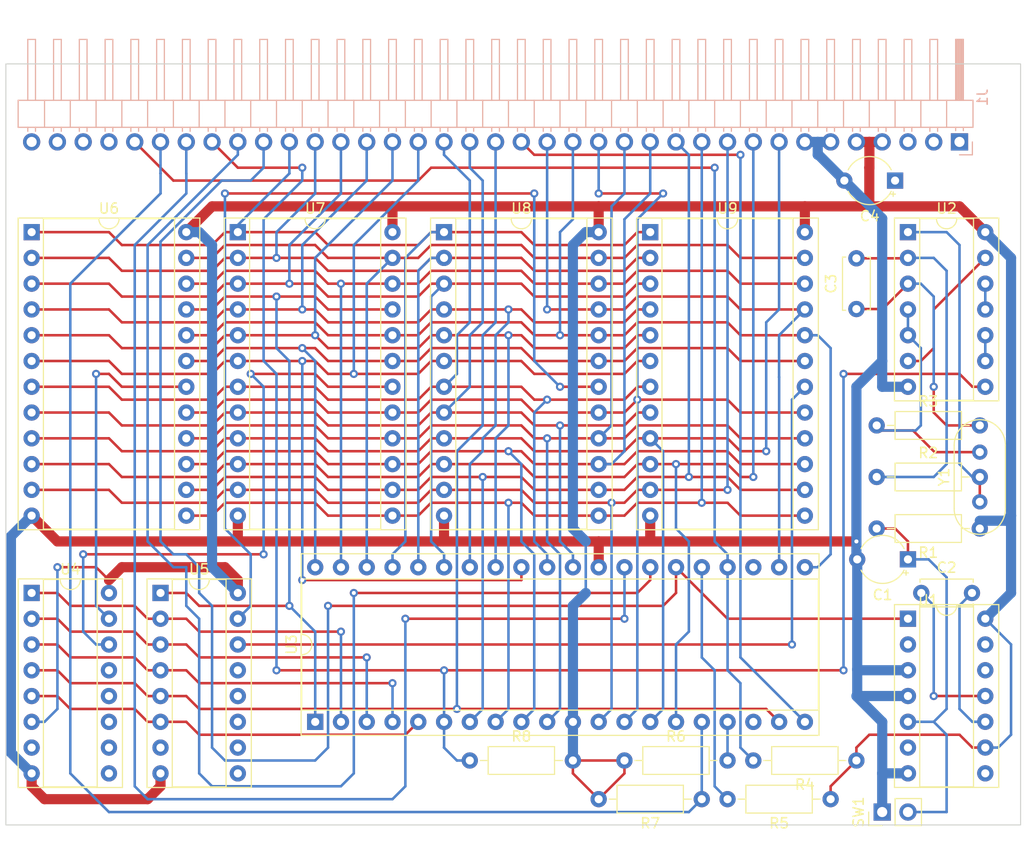
<source format=kicad_pcb>
(kicad_pcb (version 20211014) (generator pcbnew)
  (layers (0 "F.Cu" signal) (31 "B.Cu" signal) (34 "B.Paste" user) (35 "F.Paste" user) (36 "B.SilkS" user "B.Silkscreen") (37 "F.SilkS" user "F.Silkscreen") (38 "B.Mask" user) (39 "F.Mask" user) (44 "Edge.Cuts" user))
  (net 0 "")
  (net 1 "Net-(C1-Pad1)")
  (net 2 "GND")
  (net 3 "Net-(C2-Pad1)")
  (net 4 "Net-(C2-Pad2)")
  (net 5 "Net-(C3-Pad1)")
  (net 6 "Net-(C3-Pad2)")
  (net 7 "+5V")
  (net 8 "-5V")
  (net 9 "+12V")
  (net 10 "-12V")
  (net 11 "/D0")
  (net 12 "/D1")
  (net 13 "/D2")
  (net 14 "/D3")
  (net 15 "/D4")
  (net 16 "/D5")
  (net 17 "/D6")
  (net 18 "/D7")
  (net 19 "/~{RD}")
  (net 20 "/~{WR}")
  (net 21 "/~{IORQ}")
  (net 22 "/~{MREQ}")
  (net 23 "/A0")
  (net 24 "/A1")
  (net 25 "/A2")
  (net 26 "/A3")
  (net 27 "/A4")
  (net 28 "/A5")
  (net 29 "/A6")
  (net 30 "/A7")
  (net 31 "/~{RESET}")
  (net 32 "/~{M1}")
  (net 33 "/~{CLK}")
  (net 34 "/~{RFSH}")
  (net 35 "/~{INT}")
  (net 36 "/~{WAIT}")
  (net 41 "Net-(R2-Pad2)")
  (net 42 "Net-(R3-Pad1)")
  (net 43 "Net-(R5-Pad2)")
  (net 44 "/~{NMI}")
  (net 46 "Net-(U2-Pad13)")
  (net 47 "Net-(U2-Pad10)")
  (net 48 "Net-(U2-Pad11)")
  (net 49 "/A11")
  (net 50 "/A12")
  (net 51 "/A13")
  (net 52 "/A14")
  (net 53 "/A15")
  (net 56 "/A8")
  (net 57 "/A9")
  (net 58 "/A10")
  (net 65 "/~{CE2}")
  (net 66 "/~{CE1}")
  (net 73 "/~{CE4}")
  (net 74 "/~{CE3}")
  (footprint "Capacitor_THT:CP_Radial_Tantal_D4.5mm_P5.00mm" (layer "F.Cu") (at 163.83 63.5 180)
    (fp_text reference "C4")
    (fp_text value "10uF")
  )
  (footprint "Package_DIP:DIP-14_W7.62mm_Socket" (layer "F.Cu") (at 165.1 106.675)
    (fp_text reference "U1")
    (fp_text value "74LS121")
  )
  (footprint "Package_DIP:DIP-24_W15.24mm_Socket" (layer "F.Cu") (at 99.06 68.58)
    (fp_text reference "U7")
    (fp_text value "2732")
  )
  (footprint "Resistor_THT:R_Axial_DIN0207_L6.3mm_D2.5mm_P10.16mm_Horizontal" (layer "F.Cu") (at 157.48 124.46 180)
    (fp_text reference "R5")
    (fp_text value "1k")
  )
  (footprint "Resistor_THT:R_Axial_DIN0207_L6.3mm_D2.5mm_P10.16mm_Horizontal" (layer "F.Cu") (at 162.02 92.71)
    (fp_text reference "R2")
    (fp_text value "1k")
  )
  (footprint "Resistor_THT:R_Axial_DIN0207_L6.3mm_D2.5mm_P10.16mm_Horizontal" (layer "F.Cu") (at 144.78 124.46 180)
    (fp_text reference "R7")
    (fp_text value "1k")
  )
  (footprint "Resistor_THT:R_Axial_DIN0207_L6.3mm_D2.5mm_P10.16mm_Horizontal" (layer "F.Cu") (at 121.92 120.65)
    (fp_text reference "R8")
    (fp_text value "330")
  )
  (footprint "Capacitor_THT:CP_Radial_Tantal_D4.5mm_P5.00mm" (layer "F.Cu") (at 165.1 100.83 180)
    (fp_text reference "C1")
    (fp_text value "10uF")
  )
  (footprint "Package_DIP:DIP-24_W15.24mm_Socket" (layer "F.Cu") (at 139.7 68.58)
    (fp_text reference "U9")
    (fp_text value "6116")
  )
  (footprint "Capacitor_THT:C_Disc_D5.0mm_W2.5mm_P5.00mm" (layer "F.Cu") (at 160.02 76.16 90)
    (fp_text reference "C3")
    (fp_text value "10nF")
  )
  (footprint "Package_DIP:DIP-24_W15.24mm_Socket" (layer "F.Cu") (at 78.74 68.58)
    (fp_text reference "U6")
    (fp_text value "2732")
  )
  (footprint "Connector_PinHeader_2.54mm:PinHeader_1x02_P2.54mm_Vertical" (layer "F.Cu") (at 162.56 125.73 90)
    (fp_text reference "SW1")
    (fp_text value "SW_Push")
  )
  (footprint "Capacitor_THT:C_Disc_D5.0mm_W2.5mm_P5.00mm" (layer "F.Cu") (at 166.41 104.14)
    (fp_text reference "C2")
    (fp_text value "100nF")
  )
  (footprint "Package_DIP:DIP-40_W15.24mm_Socket" (layer "F.Cu") (at 106.685 116.845 90)
    (fp_text reference "U3")
    (fp_text value "Z80CPU")
  )
  (footprint "Package_DIP:DIP-24_W15.24mm_Socket" (layer "F.Cu") (at 119.38 68.58)
    (fp_text reference "U8")
    (fp_text value "6116")
  )
  (footprint "Resistor_THT:R_Axial_DIN0207_L6.3mm_D2.5mm_P10.16mm_Horizontal" (layer "F.Cu") (at 160.02 120.65 180)
    (fp_text reference "R4")
    (fp_text value "1k")
  )
  (footprint "Package_DIP:DIP-14_W7.62mm_Socket" (layer "F.Cu") (at 165.1 68.58)
    (fp_text reference "U2")
    (fp_text value "74LS04")
  )
  (footprint "Crystal:Crystal_HC18-U_Vertical" (layer "F.Cu") (at 172.18 95.16 90)
    (fp_text reference "Y1")
    (fp_text value "Crystal")
  )
  (footprint "Package_DIP:DIP-16_W7.62mm_Socket" (layer "F.Cu") (at 78.74 104.14)
    (fp_text reference "U4")
    (fp_text value "74LS138")
  )
  (footprint "Resistor_THT:R_Axial_DIN0207_L6.3mm_D2.5mm_P10.16mm_Horizontal" (layer "F.Cu") (at 172.18 97.79 180)
    (fp_text reference "R1")
    (fp_text value "10k")
  )
  (footprint "Resistor_THT:R_Axial_DIN0207_L6.3mm_D2.5mm_P10.16mm_Horizontal" (layer "F.Cu") (at 137.16 120.65)
    (fp_text reference "R6")
    (fp_text value "1k")
  )
  (footprint "Resistor_THT:R_Axial_DIN0207_L6.3mm_D2.5mm_P10.16mm_Horizontal" (layer "F.Cu") (at 162.02 87.63)
    (fp_text reference "R3")
    (fp_text value "1k")
  )
  (footprint "Package_DIP:DIP-16_W7.62mm_Socket" (layer "F.Cu") (at 91.44 104.14)
    (fp_text reference "U5")
    (fp_text value "74LS138")
  )
  (footprint "Connector_PinHeader_2.54mm:PinHeader_1x37_P2.54mm_Horizontal" (layer "B.Cu") (at 170.18 59.69 90)
    (fp_text reference "J1")
    (fp_text value "Conn_01x37_MountingPin")
  )
  (gr_rect (start 76.2 52) (end 176.2 127) (layer "Edge.Cuts") (width 0.1) (fill none))
  (segment (start 163.83 97.79) (end 165.1 99.06) (width 0.25) (layer "F.Cu") (net 1))
  (segment (start 165.1 99.06) (end 165.1 100.83) (width 0.25) (layer "F.Cu") (net 1))
  (segment (start 162.02 97.79) (end 163.83 97.79) (width 0.25) (layer "F.Cu") (net 1))
  (segment (start 167.14 100.83) (end 165.1 100.83) (width 0.25) (layer "B.Cu") (net 1))
  (segment (start 167.645 116.835) (end 168.91 115.57) (width 0.25) (layer "B.Cu") (net 1))
  (segment (start 168.91 102.6) (end 168.91 115.57) (width 0.25) (layer "B.Cu") (net 1))
  (segment (start 167.14 100.83) (end 168.91 102.6) (width 0.25) (layer "B.Cu") (net 1))
  (segment (start 165.1 116.835) (end 167.645 116.835) (width 0.25) (layer "B.Cu") (net 1))
  (segment (start 165.1 125.73) (end 168.91 125.73) (width 0.25) (layer "B.Cu") (net 1))
  (segment (start 168.91 118.11) (end 167.635 116.835) (width 0.25) (layer "B.Cu") (net 1))
  (segment (start 168.91 125.73) (end 168.91 118.11) (width 0.25) (layer "B.Cu") (net 1))
  (segment (start 90.17 124.46) (end 91.44 123.19) (width 1) (layer "F.Cu") (net 2))
  (segment (start 134.62 99.06) (end 134.625 99.065) (width 1) (layer "F.Cu") (net 2))
  (segment (start 78.74 96.52) (end 81.28 99.06) (width 1) (layer "F.Cu") (net 2))
  (segment (start 78.74 121.92) (end 78.74 123.19) (width 1) (layer "F.Cu") (net 2))
  (segment (start 80.01 124.46) (end 90.17 124.46) (width 1) (layer "F.Cu") (net 2))
  (segment (start 119.38 99.06) (end 134.62 99.06) (width 1) (layer "F.Cu") (net 2))
  (segment (start 78.74 123.19) (end 80.01 124.46) (width 1) (layer "F.Cu") (net 2))
  (segment (start 81.28 99.06) (end 99.06 99.06) (width 1) (layer "F.Cu") (net 2))
  (segment (start 91.44 123.19) (end 91.44 121.92) (width 1) (layer "F.Cu") (net 2))
  (segment (start 134.62 99.06) (end 139.7 99.06) (width 1) (layer "F.Cu") (net 2))
  (segment (start 99.06 99.06) (end 119.38 99.06) (width 1) (layer "F.Cu") (net 2))
  (segment (start 134.625 99.065) (end 134.625 101.605) (width 1) (layer "F.Cu") (net 2))
  (segment (start 139.7 99.06) (end 160.02 99.06) (width 1) (layer "F.Cu") (net 2))
  (segment (start 99.06 99.06) (end 99.06 96.52) (width 1) (layer "F.Cu") (net 2))
  (segment (start 139.7 99.06) (end 139.7 96.52) (width 1) (layer "F.Cu") (net 2))
  (segment (start 119.38 99.06) (end 119.38 96.52) (width 1) (layer "F.Cu") (net 2))
  (via (at 160.02 99.06) (size 0.8) (drill 0.4) (layers "F.Cu" "B.Cu") (net 2))
  (segment (start 76.70002 119.88002) (end 78.74 121.92) (width 1) (layer "B.Cu") (net 2))
  (segment (start 162.565 121.915) (end 165.1 121.915) (width 1) (layer "B.Cu") (net 2))
  (segment (start 160.1 100.83) (end 160.1 111.68) (width 1) (layer "B.Cu") (net 2))
  (segment (start 160.1 114.22) (end 160.1 114.38) (width 1) (layer "B.Cu") (net 2))
  (segment (start 160.1 114.38) (end 162.565 116.845) (width 1) (layer "B.Cu") (net 2))
  (segment (start 78.74 96.52) (end 76.70002 98.55998) (width 1) (layer "B.Cu") (net 2))
  (segment (start 162.56 67.23) (end 162.56 81.28) (width 1) (layer "B.Cu") (net 2))
  (segment (start 160.025 114.295) (end 165.1 114.295) (width 1) (layer "B.Cu") (net 2))
  (segment (start 160.1 111.68) (end 160.1 114.22) (width 1) (layer "B.Cu") (net 2))
  (segment (start 162.56 81.28) (end 160.02 83.82) (width 1) (layer "B.Cu") (net 2))
  (segment (start 162.56 121.92) (end 162.56 125.73) (width 1) (layer "B.Cu") (net 2))
  (segment (start 156.21 59.69) (end 157.48 59.69) (width 1) (layer "B.Cu") (net 2))
  (segment (start 160.1 111.68) (end 160.175 111.755) (width 1) (layer "B.Cu") (net 2))
  (segment (start 160.02 83.82) (end 160.02 100.75) (width 1) (layer "B.Cu") (net 2))
  (segment (start 158.83 63.5) (end 162.56 67.23) (width 1) (layer "B.Cu") (net 2))
  (segment (start 156.29 60.96) (end 158.83 63.5) (width 1) (layer "B.Cu") (net 2))
  (segment (start 162.565 116.845) (end 162.565 121.915) (width 1) (layer "B.Cu") (net 2))
  (segment (start 162.56 81.28) (end 162.56 83.82) (width 1) (layer "B.Cu") (net 2))
  (segment (start 156.21 60.96) (end 156.29 60.96) (width 1) (layer "B.Cu") (net 2))
  (segment (start 162.565 121.915) (end 162.56 121.92) (width 1) (layer "B.Cu") (net 2))
  (segment (start 154.94 59.69) (end 156.21 59.69) (width 1) (layer "B.Cu") (net 2))
  (segment (start 156.21 59.69) (end 156.21 60.96) (width 1) (layer "B.Cu") (net 2))
  (segment (start 160.02 100.75) (end 160.1 100.83) (width 1) (layer "B.Cu") (net 2))
  (segment (start 76.70002 98.55998) (end 76.70002 119.88002) (width 1) (layer "B.Cu") (net 2))
  (segment (start 160.175 111.755) (end 165.1 111.755) (width 1) (layer "B.Cu") (net 2))
  (segment (start 162.56 83.82) (end 165.1 83.82) (width 1) (layer "B.Cu") (net 2))
  (segment (start 160.1 114.22) (end 160.025 114.295) (width 1) (layer "B.Cu") (net 2))
  (segment (start 167.64 114.3) (end 167.645 114.295) (width 0.25) (layer "F.Cu") (net 3))
  (segment (start 167.645 114.295) (end 172.72 114.295) (width 0.25) (layer "F.Cu") (net 3))
  (via (at 167.64 114.3) (size 0.8) (drill 0.4) (layers "F.Cu" "B.Cu") (net 3))
  (segment (start 167.64 105.37) (end 167.64 114.3) (width 0.25) (layer "B.Cu") (net 3))
  (segment (start 166.41 104.14) (end 167.64 105.37) (width 0.25) (layer "B.Cu") (net 3))
  (segment (start 171.45 116.84) (end 171.455 116.835) (width 0.25) (layer "B.Cu") (net 4))
  (segment (start 170.18 105.37) (end 170.18 115.57) (width 0.25) (layer "B.Cu") (net 4))
  (segment (start 171.41 104.14) (end 170.18 105.37) (width 0.25) (layer "B.Cu") (net 4))
  (segment (start 171.455 116.835) (end 172.72 116.835) (width 0.25) (layer "B.Cu") (net 4))
  (segment (start 170.18 115.57) (end 171.45 116.84) (width 0.25) (layer "B.Cu") (net 4))
  (segment (start 162.6 76.16) (end 165.1 73.66) (width 0.25) (layer "F.Cu") (net 5))
  (segment (start 168.91 87.63) (end 172.18 87.63) (width 0.25) (layer "F.Cu") (net 5))
  (segment (start 167.64 83.82) (end 167.64 86.36) (width 0.25) (layer "F.Cu") (net 5))
  (segment (start 167.64 86.36) (end 168.91 87.63) (width 0.25) (layer "F.Cu") (net 5))
  (segment (start 160.02 76.16) (end 162.6 76.16) (width 0.25) (layer "F.Cu") (net 5))
  (via (at 167.64 83.82) (size 0.8) (drill 0.4) (layers "F.Cu" "B.Cu") (net 5))
  (segment (start 166.37 73.66) (end 167.64 74.93) (width 0.25) (layer "B.Cu") (net 5))
  (segment (start 165.1 73.66) (end 166.37 73.66) (width 0.25) (layer "B.Cu") (net 5))
  (segment (start 167.64 74.93) (end 167.64 83.82) (width 0.25) (layer "B.Cu") (net 5))
  (segment (start 165.06 71.16) (end 165.1 71.12) (width 0.25) (layer "F.Cu") (net 6))
  (segment (start 160.02 71.16) (end 165.06 71.16) (width 0.25) (layer "F.Cu") (net 6))
  (segment (start 168.91 72.39) (end 168.91 91.44) (width 0.25) (layer "B.Cu") (net 6))
  (segment (start 165.1 71.12) (end 167.64 71.12) (width 0.25) (layer "B.Cu") (net 6))
  (segment (start 168.91 91.44) (end 167.64 92.71) (width 0.25) (layer "B.Cu") (net 6))
  (segment (start 167.64 71.12) (end 168.91 72.39) (width 0.25) (layer "B.Cu") (net 6))
  (segment (start 167.64 92.71) (end 162.02 92.71) (width 0.25) (layer "B.Cu") (net 6))
  (segment (start 161.3 59.7) (end 161.29 59.69) (width 1) (layer "F.Cu") (net 7))
  (segment (start 137.16 120.65) (end 137.16 121.92) (width 0.25) (layer "F.Cu") (net 7))
  (segment (start 132.08 121.92) (end 132.08 120.65) (width 0.25) (layer "F.Cu") (net 7))
  (segment (start 161.29 62.225) (end 161.3 62.225) (width 1) (layer "F.Cu") (net 7))
  (segment (start 132.08 120.65) (end 137.16 120.65) (width 0.25) (layer "F.Cu") (net 7))
  (segment (start 160.02 119.38) (end 161.29 118.11) (width 0.25) (layer "F.Cu") (net 7))
  (segment (start 97.79 101.6) (end 99.06 102.87) (width 1) (layer "F.Cu") (net 7))
  (segment (start 171.445 119.375) (end 172.72 119.375) (width 0.25) (layer "F.Cu") (net 7))
  (segment (start 134.62 66.04) (end 154.94 66.04) (width 1) (layer "F.Cu") (net 7))
  (segment (start 96.52 66.04) (end 114.3 66.04) (width 1) (layer "F.Cu") (net 7))
  (segment (start 161.29 118.11) (end 170.18 118.11) (width 0.25) (layer "F.Cu") (net 7))
  (segment (start 86.36 102.87) (end 87.63 101.6) (width 1) (layer "F.Cu") (net 7))
  (segment (start 170.18 66.04) (end 172.72 68.58) (width 1) (layer "F.Cu") (net 7))
  (segment (start 99.06 102.87) (end 99.06 104.14) (width 1) (layer "F.Cu") (net 7))
  (segment (start 86.36 102.87) (end 86.36 104.14) (width 0.25) (layer "F.Cu") (net 7))
  (segment (start 93.98 68.58) (end 96.52 66.04) (width 1) (layer "F.Cu") (net 7))
  (segment (start 154.94 66.04) (end 161.29 66.04) (width 1) (layer "F.Cu") (net 7))
  (segment (start 114.3 66.04) (end 134.62 66.04) (width 1) (layer "F.Cu") (net 7))
  (segment (start 81.28 101.6) (end 85.09 101.6) (width 0.25) (layer "F.Cu") (net 7))
  (segment (start 161.29 59.69) (end 160.02 59.69) (width 1) (layer "F.Cu") (net 7))
  (segment (start 134.62 124.46) (end 132.08 121.92) (width 0.25) (layer "F.Cu") (net 7))
  (segment (start 161.29 66.04) (end 170.18 66.04) (width 1) (layer "F.Cu") (net 7))
  (segment (start 170.18 118.11) (end 171.445 119.375) (width 0.25) (layer "F.Cu") (net 7))
  (segment (start 157.48 124.46) (end 157.48 123.19) (width 0.25) (layer "F.Cu") (net 7))
  (segment (start 137.16 121.92) (end 134.62 124.46) (width 0.25) (layer "F.Cu") (net 7))
  (segment (start 85.09 101.6) (end 86.36 102.87) (width 0.25) (layer "F.Cu") (net 7))
  (segment (start 134.62 66.04) (end 134.62 68.58) (width 1) (layer "F.Cu") (net 7))
  (segment (start 157.48 123.19) (end 160.02 120.65) (width 0.25) (layer "F.Cu") (net 7))
  (segment (start 114.3 66.04) (end 114.3 68.58) (width 1) (layer "F.Cu") (net 7))
  (segment (start 160.02 120.65) (end 160.02 119.38) (width 0.25) (layer "F.Cu") (net 7))
  (segment (start 161.29 59.69) (end 162.56 59.69) (width 1) (layer "F.Cu") (net 7))
  (segment (start 154.94 66.04) (end 154.94 68.58) (width 1) (layer "F.Cu") (net 7))
  (segment (start 161.3 62.225) (end 161.3 59.7) (width 1) (layer "F.Cu") (net 7))
  (segment (start 87.63 101.6) (end 97.79 101.6) (width 1) (layer "F.Cu") (net 7))
  (segment (start 161.29 66.04) (end 161.29 62.225) (width 1) (layer "F.Cu") (net 7))
  (via (at 81.28 101.6) (size 0.8) (drill 0.4) (layers "F.Cu" "B.Cu") (net 7))
  (segment (start 132.085 105.415) (end 132.085 116.845) (width 1) (layer "B.Cu") (net 7))
  (segment (start 96.52 69.85) (end 96.52 101.6) (width 1) (layer "B.Cu") (net 7))
  (segment (start 175.26 118.11) (end 173.99 119.38) (width 0.25) (layer "B.Cu") (net 7))
  (segment (start 175.26 96.52) (end 175.26 104.14) (width 1) (layer "B.Cu") (net 7))
  (segment (start 133.35 68.58) (end 132.08 69.85) (width 1) (layer "B.Cu") (net 7))
  (segment (start 132.08 105.41) (end 132.085 105.415) (width 1) (layer "B.Cu") (net 7))
  (segment (start 81.28 115.57) (end 81.28 101.6) (width 0.25) (layer "B.Cu") (net 7))
  (segment (start 172.72 106.675) (end 175.26 109.215) (width 0.25) (layer "B.Cu") (net 7))
  (segment (start 132.085 116.845) (end 132.085 120.645) (width 1) (layer "B.Cu") (net 7))
  (segment (start 175.26 109.215) (end 175.26 118.11) (width 0.25) (layer "B.Cu") (net 7))
  (segment (start 78.74 116.84) (end 80.01 116.84) (width 0.25) (layer "B.Cu") (net 7))
  (segment (start 175.26 71.12) (end 175.26 96.52) (width 1) (layer "B.Cu") (net 7))
  (segment (start 80.01 116.84) (end 81.28 115.57) (width 0.25) (layer "B.Cu") (net 7))
  (segment (start 173.99 119.38) (end 173.985 119.375) (width 0.25) (layer "B.Cu") (net 7))
  (segment (start 133.35 104.14) (end 133.35 99.06) (width 0.25) (layer "B.Cu") (net 7))
  (segment (start 132.08 97.79) (end 133.35 99.06) (width 1) (layer "B.Cu") (net 7))
  (segment (start 96.52 101.6) (end 99.06 104.14) (width 1) (layer "B.Cu") (net 7))
  (segment (start 173.985 119.375) (end 172.72 119.375) (width 0.25) (layer "B.Cu") (net 7))
  (segment (start 95.25 68.58) (end 96.52 69.85) (width 1) (layer "B.Cu") (net 7))
  (segment (start 134.62 68.58) (end 133.35 68.58) (width 1) (layer "B.Cu") (net 7))
  (segment (start 172.18 97.02) (end 174.76 97.02) (width 1) (layer "B.Cu") (net 7))
  (segment (start 175.255 104.14) (end 172.72 106.675) (width 1) (layer "B.Cu") (net 7))
  (segment (start 133.35 104.14) (end 132.08 105.41) (width 1) (layer "B.Cu") (net 7))
  (segment (start 132.085 120.645) (end 132.08 120.65) (width 1) (layer "B.Cu") (net 7))
  (segment (start 132.08 69.85) (end 132.08 97.79) (width 1) (layer "B.Cu") (net 7))
  (segment (start 93.98 68.58) (end 95.25 68.58) (width 1) (layer "B.Cu") (net 7))
  (segment (start 175.26 104.14) (end 175.255 104.14) (width 1) (layer "B.Cu") (net 7))
  (segment (start 174.76 97.02) (end 175.26 96.52) (width 1) (layer "B.Cu") (net 7))
  (segment (start 172.72 68.58) (end 175.26 71.12) (width 1) (layer "B.Cu") (net 7))
  (segment (start 97.79 88.9) (end 99.06 88.9) (width 0.25) (layer "F.Cu") (net 11))
  (segment (start 116.84 90.17) (end 118.11 88.9) (width 0.25) (layer "F.Cu") (net 11))
  (segment (start 127 88.9) (end 128.27 90.17) (width 0.25) (layer "F.Cu") (net 11))
  (segment (start 106.68 88.9) (end 107.95 90.17) (width 0.25) (layer "F.Cu") (net 11))
  (segment (start 128.27 90.17) (end 137.16 90.17) (width 0.25) (layer "F.Cu") (net 11))
  (segment (start 86.36 88.9) (end 87.63 90.17) (width 0.25) (layer "F.Cu") (net 11))
  (segment (start 148.59 90.17) (end 147.32 88.9) (width 0.25) (layer "F.Cu") (net 11))
  (segment (start 151.13 90.17) (end 148.59 90.17) (width 0.25) (layer "F.Cu") (net 11))
  (segment (start 119.38 88.9) (end 127 88.9) (width 0.25) (layer "F.Cu") (net 11))
  (segment (start 138.43 88.9) (end 139.7 88.9) (width 0.25) (layer "F.Cu") (net 11))
  (segment (start 87.63 90.17) (end 96.52 90.17) (width 0.25) (layer "F.Cu") (net 11))
  (segment (start 107.95 90.17) (end 116.84 90.17) (width 0.25) (layer "F.Cu") (net 11))
  (segment (start 96.52 90.17) (end 97.79 88.9) (width 0.25) (layer "F.Cu") (net 11))
  (segment (start 118.11 88.9) (end 119.38 88.9) (width 0.25) (layer "F.Cu") (net 11))
  (segment (start 99.06 88.9) (end 106.68 88.9) (width 0.25) (layer "F.Cu") (net 11))
  (segment (start 137.16 90.17) (end 138.43 88.9) (width 0.25) (layer "F.Cu") (net 11))
  (segment (start 147.32 88.9) (end 139.7 88.9) (width 0.25) (layer "F.Cu") (net 11))
  (segment (start 78.74 88.9) (end 86.36 88.9) (width 0.25) (layer "F.Cu") (net 11))
  (via (at 151.13 90.17) (size 0.8) (drill 0.4) (layers "F.Cu" "B.Cu") (net 11))
  (segment (start 152.4 59.69) (end 152.4 76.2) (width 0.25) (layer "B.Cu") (net 11))
  (segment (start 140.97 90.17) (end 139.7 88.9) (width 0.25) (layer "B.Cu") (net 11))
  (segment (start 139.705 116.845) (end 140.97 115.58) (width 0.25) (layer "B.Cu") (net 11))
  (segment (start 151.13 77.47) (end 151.13 90.17) (width 0.25) (layer "B.Cu") (net 11))
  (segment (start 140.97 115.58) (end 140.97 90.17) (width 0.25) (layer "B.Cu") (net 11))
  (segment (start 152.4 76.2) (end 151.13 77.47) (width 0.25) (layer "B.Cu") (net 11))
  (segment (start 138.43 91.44) (end 139.7 91.44) (width 0.25) (layer "F.Cu") (net 12))
  (segment (start 99.06 91.44) (end 106.68 91.44) (width 0.25) (layer "F.Cu") (net 12))
  (segment (start 127 91.44) (end 128.27 92.71) (width 0.25) (layer "F.Cu") (net 12))
  (segment (start 149.86 92.71) (end 148.59 92.71) (width 0.25) (layer "F.Cu") (net 12))
  (segment (start 119.38 91.44) (end 127 91.44) (width 0.25) (layer "F.Cu") (net 12))
  (segment (start 86.36 91.44) (end 87.63 92.71) (width 0.25) (layer "F.Cu") (net 12))
  (segment (start 128.27 92.71) (end 137.16 92.71) (width 0.25) (layer "F.Cu") (net 12))
  (segment (start 87.63 92.71) (end 96.52 92.71) (width 0.25) (layer "F.Cu") (net 12))
  (segment (start 78.74 91.44) (end 86.36 91.44) (width 0.25) (layer "F.Cu") (net 12))
  (segment (start 97.79 91.44) (end 99.06 91.44) (width 0.25) (layer "F.Cu") (net 12))
  (segment (start 116.84 92.71) (end 118.11 91.44) (width 0.25) (layer "F.Cu") (net 12))
  (segment (start 137.16 92.71) (end 138.43 91.44) (width 0.25) (layer "F.Cu") (net 12))
  (segment (start 148.59 92.71) (end 147.32 91.44) (width 0.25) (layer "F.Cu") (net 12))
  (segment (start 107.95 92.71) (end 116.84 92.71) (width 0.25) (layer "F.Cu") (net 12))
  (segment (start 96.52 92.71) (end 97.79 91.44) (width 0.25) (layer "F.Cu") (net 12))
  (segment (start 118.11 91.44) (end 119.38 91.44) (width 0.25) (layer "F.Cu") (net 12))
  (segment (start 106.68 91.44) (end 107.95 92.71) (width 0.25) (layer "F.Cu") (net 12))
  (segment (start 147.32 91.44) (end 139.7 91.44) (width 0.25) (layer "F.Cu") (net 12))
  (via (at 149.86 92.71) (size 0.8) (drill 0.4) (layers "F.Cu" "B.Cu") (net 12))
  (via (at 142.24 91.44) (size 0.8) (drill 0.4) (layers "F.Cu" "B.Cu") (net 12))
  (segment (start 149.86 59.69) (end 149.86 92.71) (width 0.25) (layer "B.Cu") (net 12))
  (segment (start 142.245 109.225) (end 142.24 109.22) (width 0.25) (layer "B.Cu") (net 12))
  (segment (start 143.51 107.95) (end 143.51 99.06) (width 0.25) (layer "B.Cu") (net 12))
  (segment (start 143.51 99.06) (end 142.24 97.79) (width 0.25) (layer "B.Cu") (net 12))
  (segment (start 142.245 116.845) (end 142.245 109.225) (width 0.25) (layer "B.Cu") (net 12))
  (segment (start 142.24 97.79) (end 142.24 91.44) (width 0.25) (layer "B.Cu") (net 12))
  (segment (start 142.24 109.22) (end 143.51 107.95) (width 0.25) (layer "B.Cu") (net 12))
  (segment (start 147.32 93.98) (end 139.7 93.98) (width 0.25) (layer "F.Cu") (net 13))
  (segment (start 116.84 95.25) (end 118.11 93.98) (width 0.25) (layer "F.Cu") (net 13))
  (segment (start 97.79 93.98) (end 99.06 93.98) (width 0.25) (layer "F.Cu") (net 13))
  (segment (start 137.16 95.25) (end 138.43 93.98) (width 0.25) (layer "F.Cu") (net 13))
  (segment (start 138.43 93.98) (end 139.7 93.98) (width 0.25) (layer "F.Cu") (net 13))
  (segment (start 99.06 93.98) (end 106.68 93.98) (width 0.25) (layer "F.Cu") (net 13))
  (segment (start 119.38 93.98) (end 127 93.98) (width 0.25) (layer "F.Cu") (net 13))
  (segment (start 87.63 95.25) (end 96.52 95.25) (width 0.25) (layer "F.Cu") (net 13))
  (segment (start 78.74 93.98) (end 86.36 93.98) (width 0.25) (layer "F.Cu") (net 13))
  (segment (start 106.68 93.98) (end 107.95 95.25) (width 0.25) (layer "F.Cu") (net 13))
  (segment (start 96.52 95.25) (end 97.79 93.98) (width 0.25) (layer "F.Cu") (net 13))
  (segment (start 128.27 95.25) (end 137.16 95.25) (width 0.25) (layer "F.Cu") (net 13))
  (segment (start 107.95 95.25) (end 116.84 95.25) (width 0.25) (layer "F.Cu") (net 13))
  (segment (start 118.11 93.98) (end 119.38 93.98) (width 0.25) (layer "F.Cu") (net 13))
  (segment (start 86.36 93.98) (end 87.63 95.25) (width 0.25) (layer "F.Cu") (net 13))
  (segment (start 127 93.98) (end 128.27 95.25) (width 0.25) (layer "F.Cu") (net 13))
  (via (at 147.32 93.98) (size 0.8) (drill 0.4) (layers "F.Cu" "B.Cu") (net 13))
  (via (at 135.89 95.25) (size 0.8) (drill 0.4) (layers "F.Cu" "B.Cu") (net 13))
  (segment (start 134.625 116.845) (end 135.89 115.58) (width 0.25) (layer "B.Cu") (net 13))
  (segment (start 135.89 115.58) (end 135.89 95.25) (width 0.25) (layer "B.Cu") (net 13))
  (segment (start 147.32 59.69) (end 147.32 93.98) (width 0.25) (layer "B.Cu") (net 13))
  (segment (start 138.43 95.25) (end 147.32 95.25) (width 0.25) (layer "F.Cu") (net 14))
  (segment (start 148.59 96.52) (end 154.94 96.52) (width 0.25) (layer "F.Cu") (net 14))
  (segment (start 147.32 95.25) (end 148.59 96.52) (width 0.25) (layer "F.Cu") (net 14))
  (segment (start 134.62 96.52) (end 137.16 96.52) (width 0.25) (layer "F.Cu") (net 14))
  (segment (start 116.84 96.52) (end 118.11 95.25) (width 0.25) (layer "F.Cu") (net 14))
  (segment (start 118.11 95.25) (end 127 95.25) (width 0.25) (layer "F.Cu") (net 14))
  (segment (start 128.27 96.52) (end 134.62 96.52) (width 0.25) (layer "F.Cu") (net 14))
  (segment (start 93.98 96.52) (end 96.52 96.52) (width 0.25) (layer "F.Cu") (net 14))
  (segment (start 107.95 96.52) (end 114.3 96.52) (width 0.25) (layer "F.Cu") (net 14))
  (segment (start 96.52 96.52) (end 97.79 95.25) (width 0.25) (layer "F.Cu") (net 14))
  (segment (start 114.3 96.52) (end 116.84 96.52) (width 0.25) (layer "F.Cu") (net 14))
  (segment (start 137.16 96.52) (end 138.43 95.25) (width 0.25) (layer "F.Cu") (net 14))
  (segment (start 97.79 95.25) (end 106.68 95.25) (width 0.25) (layer "F.Cu") (net 14))
  (segment (start 106.68 95.25) (end 107.95 96.52) (width 0.25) (layer "F.Cu") (net 14))
  (segment (start 127 95.25) (end 128.27 96.52) (width 0.25) (layer "F.Cu") (net 14))
  (via (at 125.73 95.25) (size 0.8) (drill 0.4) (layers "F.Cu" "B.Cu") (net 14))
  (via (at 144.78 95.25) (size 0.8) (drill 0.4) (layers "F.Cu" "B.Cu") (net 14))
  (segment (start 125.73 115.58) (end 125.73 95.25) (width 0.25) (layer "B.Cu") (net 14))
  (segment (start 124.465 116.845) (end 125.73 115.58) (width 0.25) (layer "B.Cu") (net 14))
  (segment (start 144.78 59.69) (end 144.78 95.25) (width 0.25) (layer "B.Cu") (net 14))
  (segment (start 148.59 93.98) (end 154.94 93.98) (width 0.25) (layer "F.Cu") (net 15))
  (segment (start 106.68 92.71) (end 107.95 93.98) (width 0.25) (layer "F.Cu") (net 15))
  (segment (start 116.84 93.98) (end 118.11 92.71) (width 0.25) (layer "F.Cu") (net 15))
  (segment (start 96.52 93.98) (end 97.79 92.71) (width 0.25) (layer "F.Cu") (net 15))
  (segment (start 114.3 93.98) (end 116.84 93.98) (width 0.25) (layer "F.Cu") (net 15))
  (segment (start 134.62 93.98) (end 137.16 93.98) (width 0.25) (layer "F.Cu") (net 15))
  (segment (start 107.95 93.98) (end 114.3 93.98) (width 0.25) (layer "F.Cu") (net 15))
  (segment (start 128.27 93.98) (end 134.62 93.98) (width 0.25) (layer "F.Cu") (net 15))
  (segment (start 93.98 93.98) (end 96.52 93.98) (width 0.25) (layer "F.Cu") (net 15))
  (segment (start 138.43 92.71) (end 147.32 92.71) (width 0.25) (layer "F.Cu") (net 15))
  (segment (start 97.79 92.71) (end 106.68 92.71) (width 0.25) (layer "F.Cu") (net 15))
  (segment (start 118.11 92.71) (end 123.19 92.71) (width 0.25) (layer "F.Cu") (net 15))
  (segment (start 137.16 93.98) (end 138.43 92.71) (width 0.25) (layer "F.Cu") (net 15))
  (segment (start 123.19 92.71) (end 127 92.71) (width 0.25) (layer "F.Cu") (net 15))
  (segment (start 127 92.71) (end 128.27 93.98) (width 0.25) (layer "F.Cu") (net 15))
  (segment (start 147.32 92.71) (end 148.59 93.98) (width 0.25) (layer "F.Cu") (net 15))
  (via (at 143.51 92.71) (size 0.8) (drill 0.4) (layers "F.Cu" "B.Cu") (net 15))
  (via (at 123.19 92.71) (size 0.8) (drill 0.4) (layers "F.Cu" "B.Cu") (net 15))
  (segment (start 121.925 116.845) (end 123.19 115.58) (width 0.25) (layer "B.Cu") (net 15))
  (segment (start 143.51 60.96) (end 143.51 92.71) (width 0.25) (layer "B.Cu") (net 15))
  (segment (start 123.19 115.58) (end 123.19 92.71) (width 0.25) (layer "B.Cu") (net 15))
  (segment (start 142.24 59.69) (end 143.51 60.96) (width 0.25) (layer "B.Cu") (net 15))
  (segment (start 134.62 91.44) (end 137.16 91.44) (width 0.25) (layer "F.Cu") (net 16))
  (segment (start 93.98 91.44) (end 96.52 91.44) (width 0.25) (layer "F.Cu") (net 16))
  (segment (start 147.32 90.17) (end 148.59 91.44) (width 0.25) (layer "F.Cu") (net 16))
  (segment (start 97.79 90.17) (end 106.68 90.17) (width 0.25) (layer "F.Cu") (net 16))
  (segment (start 138.43 90.17) (end 147.32 90.17) (width 0.25) (layer "F.Cu") (net 16))
  (segment (start 137.16 91.44) (end 138.43 90.17) (width 0.25) (layer "F.Cu") (net 16))
  (segment (start 127 90.17) (end 128.27 91.44) (width 0.25) (layer "F.Cu") (net 16))
  (segment (start 106.68 90.17) (end 107.95 91.44) (width 0.25) (layer "F.Cu") (net 16))
  (segment (start 116.84 91.44) (end 118.11 90.17) (width 0.25) (layer "F.Cu") (net 16))
  (segment (start 96.52 91.44) (end 97.79 90.17) (width 0.25) (layer "F.Cu") (net 16))
  (segment (start 148.59 91.44) (end 154.94 91.44) (width 0.25) (layer "F.Cu") (net 16))
  (segment (start 107.95 91.44) (end 114.3 91.44) (width 0.25) (layer "F.Cu") (net 16))
  (segment (start 114.3 91.44) (end 116.84 91.44) (width 0.25) (layer "F.Cu") (net 16))
  (segment (start 128.27 91.44) (end 134.62 91.44) (width 0.25) (layer "F.Cu") (net 16))
  (segment (start 118.11 90.17) (end 127 90.17) (width 0.25) (layer "F.Cu") (net 16))
  (via (at 125.73 90.17) (size 0.8) (drill 0.4) (layers "F.Cu" "B.Cu") (net 16))
  (segment (start 127 99.06) (end 127 91.44) (width 0.25) (layer "B.Cu") (net 16))
  (segment (start 135.89 91.44) (end 134.62 91.44) (width 0.25) (layer "B.Cu") (net 16))
  (segment (start 139.7 64.77) (end 137.16 67.31) (width 0.25) (layer "B.Cu") (net 16))
  (segment (start 137.16 67.31) (end 137.16 90.17) (width 0.25) (layer "B.Cu") (net 16))
  (segment (start 127.005 116.845) (end 128.27 115.58) (width 0.25) (layer "B.Cu") (net 16))
  (segment (start 128.27 100.33) (end 127 99.06) (width 0.25) (layer "B.Cu") (net 16))
  (segment (start 139.7 59.69) (end 139.7 64.77) (width 0.25) (layer "B.Cu") (net 16))
  (segment (start 127 91.44) (end 125.73 90.17) (width 0.25) (layer "B.Cu") (net 16))
  (segment (start 128.27 115.58) (end 128.27 100.33) (width 0.25) (layer "B.Cu") (net 16))
  (segment (start 137.16 90.17) (end 135.89 91.44) (width 0.25) (layer "B.Cu") (net 16))
  (segment (start 107.95 88.9) (end 114.3 88.9) (width 0.25) (layer "F.Cu") (net 17))
  (segment (start 134.62 88.9) (end 137.16 88.9) (width 0.25) (layer "F.Cu") (net 17))
  (segment (start 118.11 87.63) (end 127 87.63) (width 0.25) (layer "F.Cu") (net 17))
  (segment (start 137.16 88.9) (end 138.43 87.63) (width 0.25) (layer "F.Cu") (net 17))
  (segment (start 138.43 87.63) (end 147.32 87.63) (width 0.25) (layer "F.Cu") (net 17))
  (segment (start 114.3 88.9) (end 116.84 88.9) (width 0.25) (layer "F.Cu") (net 17))
  (segment (start 106.68 87.63) (end 107.95 88.9) (width 0.25) (layer "F.Cu") (net 17))
  (segment (start 116.84 88.9) (end 118.11 87.63) (width 0.25) (layer "F.Cu") (net 17))
  (segment (start 96.52 88.9) (end 97.79 87.63) (width 0.25) (layer "F.Cu") (net 17))
  (segment (start 147.32 87.63) (end 148.59 88.9) (width 0.25) (layer "F.Cu") (net 17))
  (segment (start 97.79 87.63) (end 106.68 87.63) (width 0.25) (layer "F.Cu") (net 17))
  (segment (start 127 87.63) (end 128.27 88.9) (width 0.25) (layer "F.Cu") (net 17))
  (segment (start 128.27 88.9) (end 134.62 88.9) (width 0.25) (layer "F.Cu") (net 17))
  (segment (start 93.98 88.9) (end 96.52 88.9) (width 0.25) (layer "F.Cu") (net 17))
  (segment (start 148.59 88.9) (end 154.94 88.9) (width 0.25) (layer "F.Cu") (net 17))
  (via (at 129.54 88.9) (size 0.8) (drill 0.4) (layers "F.Cu" "B.Cu") (net 17))
  (segment (start 135.89 87.63) (end 134.62 88.9) (width 0.25) (layer "B.Cu") (net 17))
  (segment (start 130.81 100.33) (end 129.54 99.06) (width 0.25) (layer "B.Cu") (net 17))
  (segment (start 129.54 99.06) (end 129.54 88.9) (width 0.25) (layer "B.Cu") (net 17))
  (segment (start 135.89 66.04) (end 135.89 87.63) (width 0.25) (layer "B.Cu") (net 17))
  (segment (start 137.16 59.69) (end 137.16 64.77) (width 0.25) (layer "B.Cu") (net 17))
  (segment (start 130.81 115.58) (end 130.81 100.33) (width 0.25) (layer "B.Cu") (net 17))
  (segment (start 137.16 64.77) (end 135.89 66.04) (width 0.25) (layer "B.Cu") (net 17))
  (segment (start 129.545 116.845) (end 130.81 115.58) (width 0.25) (layer "B.Cu") (net 17))
  (segment (start 134.62 86.36) (end 137.16 86.36) (width 0.25) (layer "F.Cu") (net 18))
  (segment (start 134.62 64.77) (end 140.97 64.77) (width 0.25) (layer "F.Cu") (net 18))
  (segment (start 116.84 86.36) (end 118.11 85.09) (width 0.25) (layer "F.Cu") (net 18))
  (segment (start 127 85.09) (end 128.27 86.36) (width 0.25) (layer "F.Cu") (net 18))
  (segment (start 93.98 86.36) (end 96.52 86.36) (width 0.25) (layer "F.Cu") (net 18))
  (segment (start 96.52 86.36) (end 97.79 85.09) (width 0.25) (layer "F.Cu") (net 18))
  (segment (start 148.59 86.36) (end 154.94 86.36) (width 0.25) (layer "F.Cu") (net 18))
  (segment (start 137.16 86.36) (end 138.43 85.09) (width 0.25) (layer "F.Cu") (net 18))
  (segment (start 97.79 85.09) (end 106.68 85.09) (width 0.25) (layer "F.Cu") (net 18))
  (segment (start 114.3 86.36) (end 116.84 86.36) (width 0.25) (layer "F.Cu") (net 18))
  (segment (start 147.32 85.09) (end 148.59 86.36) (width 0.25) (layer "F.Cu") (net 18))
  (segment (start 106.68 85.09) (end 107.95 86.36) (width 0.25) (layer "F.Cu") (net 18))
  (segment (start 138.43 85.09) (end 147.32 85.09) (width 0.25) (layer "F.Cu") (net 18))
  (segment (start 128.27 86.36) (end 134.62 86.36) (width 0.25) (layer "F.Cu") (net 18))
  (segment (start 107.95 86.36) (end 114.3 86.36) (width 0.25) (layer "F.Cu") (net 18))
  (segment (start 118.11 85.09) (end 127 85.09) (width 0.25) (layer "F.Cu") (net 18))
  (via (at 134.62 64.77) (size 0.8) (drill 0.4) (layers "F.Cu" "B.Cu") (net 18))
  (via (at 138.43 85.09) (size 0.8) (drill 0.4) (layers "F.Cu" "B.Cu") (net 18))
  (via (at 140.97 64.77) (size 0.8) (drill 0.4) (layers "F.Cu" "B.Cu") (net 18))
  (segment (start 134.62 59.69) (end 134.62 64.77) (width 0.25) (layer "B.Cu") (net 18))
  (segment (start 138.43 115.58) (end 137.165 116.845) (width 0.25) (layer "B.Cu") (net 18))
  (segment (start 140.97 64.77) (end 138.43 67.31) (width 0.25) (layer "B.Cu") (net 18))
  (segment (start 138.43 67.31) (end 138.43 115.58) (width 0.25) (layer "B.Cu") (net 18))
  (segment (start 127 77.47) (end 128.27 78.74) (width 0.25) (layer "F.Cu") (net 19))
  (segment (start 134.62 78.74) (end 137.16 78.74) (width 0.25) (layer "F.Cu") (net 19))
  (segment (start 147.32 77.47) (end 148.59 78.74) (width 0.25) (layer "F.Cu") (net 19))
  (segment (start 118.11 77.47) (end 127 77.47) (width 0.25) (layer "F.Cu") (net 19))
  (segment (start 97.79 77.47) (end 106.68 77.47) (width 0.25) (layer "F.Cu") (net 19))
  (segment (start 137.16 78.74) (end 138.43 77.47) (width 0.25) (layer "F.Cu") (net 19))
  (segment (start 138.43 77.47) (end 147.32 77.47) (width 0.25) (layer "F.Cu") (net 19))
  (segment (start 106.68 77.47) (end 107.95 78.74) (width 0.25) (layer "F.Cu") (net 19))
  (segment (start 130.81 78.74) (end 134.62 78.74) (width 0.25) (layer "F.Cu") (net 19))
  (segment (start 116.84 78.74) (end 118.11 77.47) (width 0.25) (layer "F.Cu") (net 19))
  (segment (start 93.98 78.74) (end 96.52 78.74) (width 0.25) (layer "F.Cu") (net 19))
  (segment (start 96.52 78.74) (end 97.79 77.47) (width 0.25) (layer "F.Cu") (net 19))
  (segment (start 148.59 78.74) (end 154.94 78.74) (width 0.25) (layer "F.Cu") (net 19))
  (segment (start 114.3 78.74) (end 116.84 78.74) (width 0.25) (layer "F.Cu") (net 19))
  (segment (start 128.27 78.74) (end 130.81 78.74) (width 0.25) (layer "F.Cu") (net 19))
  (segment (start 107.95 78.74) (end 114.3 78.74) (width 0.25) (layer "F.Cu") (net 19))
  (via (at 130.81 78.74) (size 0.8) (drill 0.4) (layers "F.Cu" "B.Cu") (net 19))
  (segment (start 156.205 101.605) (end 157.48 100.33) (width 0.25) (layer "B.Cu") (net 19))
  (segment (start 132.08 59.69) (end 132.08 67.31) (width 0.25) (layer "B.Cu") (net 19))
  (segment (start 157.48 100.33) (end 157.48 80.01) (width 0.25) (layer "B.Cu") (net 19))
  (segment (start 157.48 80.01) (end 156.21 78.74) (width 0.25) (layer "B.Cu") (net 19))
  (segment (start 156.21 78.74) (end 154.94 78.74) (width 0.25) (layer "B.Cu") (net 19))
  (segment (start 154.945 101.605) (end 156.205 101.605) (width 0.25) (layer "B.Cu") (net 19))
  (segment (start 130.81 78.74) (end 130.81 68.58) (width 0.25) (layer "B.Cu") (net 19))
  (segment (start 132.08 67.31) (end 130.81 68.58) (width 0.25) (layer "B.Cu") (net 19))
  (segment (start 138.43 74.93) (end 147.32 74.93) (width 0.25) (layer "F.Cu") (net 20))
  (segment (start 147.32 74.93) (end 148.59 76.2) (width 0.25) (layer "F.Cu") (net 20))
  (segment (start 137.16 76.2) (end 138.43 74.93) (width 0.25) (layer "F.Cu") (net 20))
  (segment (start 134.62 76.2) (end 137.16 76.2) (width 0.25) (layer "F.Cu") (net 20))
  (segment (start 134.62 76.2) (end 129.54 76.2) (width 0.25) (layer "F.Cu") (net 20))
  (segment (start 148.59 76.2) (end 154.94 76.2) (width 0.25) (layer "F.Cu") (net 20))
  (via (at 129.54 76.2) (size 0.8) (drill 0.4) (layers "F.Cu" "B.Cu") (net 20))
  (segment (start 129.54 76.2) (end 129.54 59.69) (width 0.25) (layer "B.Cu") (net 20))
  (segment (start 152.4 82.8703) (end 152.405 82.8753) (width 0.25) (layer "B.Cu") (net 20))
  (segment (start 152.405 82.8753) (end 152.405 101.605) (width 0.25) (layer "B.Cu") (net 20))
  (segment (start 154.94 76.2) (end 152.4 78.74) (width 0.25) (layer "B.Cu") (net 20))
  (segment (start 152.4 78.74) (end 152.4 82.8703) (width 0.25) (layer "B.Cu") (net 20))
  (segment (start 128.27 60.96) (end 148.59 60.96) (width 0.25) (layer "F.Cu") (net 21))
  (segment (start 127 59.69) (end 128.27 60.96) (width 0.25) (layer "F.Cu") (net 21))
  (via (at 148.59 60.96) (size 0.8) (drill 0.4) (layers "F.Cu" "B.Cu") (net 21))
  (segment (start 148.59 110.49) (end 154.945 116.845) (width 0.25) (layer "B.Cu") (net 21))
  (segment (start 148.59 60.96) (end 148.59 110.49) (width 0.25) (layer "B.Cu") (net 21))
  (segment (start 95.25 115.57) (end 151.13 115.57) (width 0.25) (layer "F.Cu") (net 22))
  (segment (start 82.55 113.03) (end 88.9 113.03) (width 0.25) (layer "F.Cu") (net 22))
  (segment (start 88.9 113.03) (end 90.17 114.3) (width 0.25) (layer "F.Cu") (net 22))
  (segment (start 90.17 114.3) (end 91.44 114.3) (width 0.25) (layer "F.Cu") (net 22))
  (segment (start 151.13 115.57) (end 152.405 116.845) (width 0.25) (layer "F.Cu") (net 22))
  (segment (start 81.28 111.76) (end 82.55 113.03) (width 0.25) (layer "F.Cu") (net 22))
  (segment (start 91.44 114.3) (end 93.98 114.3) (width 0.25) (layer "F.Cu") (net 22))
  (segment (start 93.98 114.3) (end 95.25 115.57) (width 0.25) (layer "F.Cu") (net 22))
  (segment (start 78.74 111.76) (end 81.28 111.76) (width 0.25) (layer "F.Cu") (net 22))
  (via (at 120.65 115.57) (size 0.8) (drill 0.4) (layers "F.Cu" "B.Cu") (net 22))
  (segment (start 120.65 90.17) (end 120.65 115.57) (width 0.25) (layer "B.Cu") (net 22))
  (segment (start 120.65 90.17) (end 123.19 87.63) (width 0.25) (layer "B.Cu") (net 22))
  (segment (start 124.46 77.47) (end 124.46 59.69) (width 0.25) (layer "B.Cu") (net 22))
  (segment (start 123.19 78.74) (end 124.46 77.47) (width 0.25) (layer "B.Cu") (net 22))
  (segment (start 123.19 87.63) (end 123.19 78.74) (width 0.25) (layer "B.Cu") (net 22))
  (segment (start 96.52 87.63) (end 97.79 86.36) (width 0.25) (layer "F.Cu") (net 23))
  (segment (start 119.38 86.36) (end 127 86.36) (width 0.25) (layer "F.Cu") (net 23))
  (segment (start 99.06 86.36) (end 106.68 86.36) (width 0.25) (layer "F.Cu") (net 23))
  (segment (start 127 86.36) (end 128.27 87.63) (width 0.25) (layer "F.Cu") (net 23))
  (segment (start 78.74 86.36) (end 86.36 86.36) (width 0.25) (layer "F.Cu") (net 23))
  (segment (start 86.36 86.36) (end 87.63 87.63) (width 0.25) (layer "F.Cu") (net 23))
  (segment (start 107.95 87.63) (end 116.84 87.63) (width 0.25) (layer "F.Cu") (net 23))
  (segment (start 118.11 86.36) (end 119.38 86.36) (width 0.25) (layer "F.Cu") (net 23))
  (segment (start 116.84 87.63) (end 118.11 86.36) (width 0.25) (layer "F.Cu") (net 23))
  (segment (start 138.43 86.36) (end 139.7 86.36) (width 0.25) (layer "F.Cu") (net 23))
  (segment (start 87.63 87.63) (end 96.52 87.63) (width 0.25) (layer "F.Cu") (net 23))
  (segment (start 137.16 87.63) (end 138.43 86.36) (width 0.25) (layer "F.Cu") (net 23))
  (segment (start 106.68 86.36) (end 107.95 87.63) (width 0.25) (layer "F.Cu") (net 23))
  (segment (start 128.27 87.63) (end 137.16 87.63) (width 0.25) (layer "F.Cu") (net 23))
  (segment (start 97.79 86.36) (end 99.06 86.36) (width 0.25) (layer "F.Cu") (net 23))
  (via (at 130.81 87.63) (size 0.8) (drill 0.4) (layers "F.Cu" "B.Cu") (net 23))
  (segment (start 132.085 100.335) (end 130.81 99.06) (width 0.25) (layer "B.Cu") (net 23))
  (segment (start 123.19 77.47) (end 121.92 78.74) (width 0.25) (layer "B.Cu") (net 23))
  (segment (start 130.81 99.06) (end 130.81 87.63) (width 0.25) (layer "B.Cu") (net 23))
  (segment (start 123.19 63.5) (end 123.19 77.47) (width 0.25) (layer "B.Cu") (net 23))
  (segment (start 119.38 86.36) (end 121.92 83.82) (width 0.25) (layer "B.Cu") (net 23))
  (segment (start 121.92 62.23) (end 123.19 63.5) (width 0.25) (layer "B.Cu") (net 23))
  (segment (start 121.92 59.69) (end 121.92 62.23) (width 0.25) (layer "B.Cu") (net 23))
  (segment (start 132.085 101.605) (end 132.085 100.335) (width 0.25) (layer "B.Cu") (net 23))
  (segment (start 121.92 78.74) (end 121.92 83.82) (width 0.25) (layer "B.Cu") (net 23))
  (segment (start 107.95 85.09) (end 116.84 85.09) (width 0.25) (layer "F.Cu") (net 24))
  (segment (start 78.74 83.82) (end 86.36 83.82) (width 0.25) (layer "F.Cu") (net 24))
  (segment (start 106.68 83.82) (end 107.95 85.09) (width 0.25) (layer "F.Cu") (net 24))
  (segment (start 118.11 83.82) (end 119.38 83.82) (width 0.25) (layer "F.Cu") (net 24))
  (segment (start 96.52 85.09) (end 97.79 83.82) (width 0.25) (layer "F.Cu") (net 24))
  (segment (start 87.63 85.09) (end 96.52 85.09) (width 0.25) (layer "F.Cu") (net 24))
  (segment (start 138.43 83.82) (end 139.7 83.82) (width 0.25) (layer "F.Cu") (net 24))
  (segment (start 127 83.82) (end 128.27 85.09) (width 0.25) (layer "F.Cu") (net 24))
  (segment (start 119.38 83.82) (end 127 83.82) (width 0.25) (layer "F.Cu") (net 24))
  (segment (start 86.36 83.82) (end 87.63 85.09) (width 0.25) (layer "F.Cu") (net 24))
  (segment (start 116.84 85.09) (end 118.11 83.82) (width 0.25) (layer "F.Cu") (net 24))
  (segment (start 97.79 83.82) (end 99.06 83.82) (width 0.25) (layer "F.Cu") (net 24))
  (segment (start 128.27 85.09) (end 137.16 85.09) (width 0.25) (layer "F.Cu") (net 24))
  (segment (start 99.06 83.82) (end 106.68 83.82) (width 0.25) (layer "F.Cu") (net 24))
  (segment (start 137.16 85.09) (end 138.43 83.82) (width 0.25) (layer "F.Cu") (net 24))
  (via (at 129.54 85.09) (size 0.8) (drill 0.4) (layers "F.Cu" "B.Cu") (net 24))
  (segment (start 128.27 86.36) (end 129.54 85.09) (width 0.25) (layer "B.Cu") (net 24))
  (segment (start 120.65 78.74) (end 121.92 77.47) (width 0.25) (layer "B.Cu") (net 24))
  (segment (start 121.92 63.5) (end 119.38 60.96) (width 0.25) (layer "B.Cu") (net 24))
  (segment (start 129.545 100.335) (end 128.27 99.06) (width 0.25) (layer "B.Cu") (net 24))
  (segment (start 121.92 77.47) (end 121.92 63.5) (width 0.25) (layer "B.Cu") (net 24))
  (segment (start 129.545 101.605) (end 129.545 100.335) (width 0.25) (layer "B.Cu") (net 24))
  (segment (start 119.38 83.82) (end 120.65 82.55) (width 0.25) (layer "B.Cu") (net 24))
  (segment (start 120.65 82.55) (end 120.65 78.74) (width 0.25) (layer "B.Cu") (net 24))
  (segment (start 128.27 99.06) (end 128.27 86.36) (width 0.25) (layer "B.Cu") (net 24))
  (segment (start 119.38 60.96) (end 119.38 59.69) (width 0.25) (layer "B.Cu") (net 24))
  (segment (start 96.52 82.55) (end 97.79 81.28) (width 0.25) (layer "F.Cu") (net 25))
  (segment (start 97.79 81.28) (end 99.06 81.28) (width 0.25) (layer "F.Cu") (net 25))
  (segment (start 138.43 81.28) (end 139.7 81.28) (width 0.25) (layer "F.Cu") (net 25))
  (segment (start 116.84 82.55) (end 118.11 81.28) (width 0.25) (layer "F.Cu") (net 25))
  (segment (start 78.74 81.28) (end 86.36 81.28) (width 0.25) (layer "F.Cu") (net 25))
  (segment (start 106.68 81.28) (end 107.95 82.55) (width 0.25) (layer "F.Cu") (net 25))
  (segment (start 127 102.87) (end 105.41 102.87) (width 0.25) (layer "F.Cu") (net 25))
  (segment (start 127 81.28) (end 128.27 82.55) (width 0.25) (layer "F.Cu") (net 25))
  (segment (start 86.36 81.28) (end 87.63 82.55) (width 0.25) (layer "F.Cu") (net 25))
  (segment (start 128.27 82.55) (end 137.16 82.55) (width 0.25) (layer "F.Cu") (net 25))
  (segment (start 107.95 82.55) (end 116.84 82.55) (width 0.25) (layer "F.Cu") (net 25))
  (segment (start 119.38 81.28) (end 127 81.28) (width 0.25) (layer "F.Cu") (net 25))
  (segment (start 118.11 81.28) (end 119.38 81.28) (width 0.25) (layer "F.Cu") (net 25))
  (segment (start 87.63 82.55) (end 96.52 82.55) (width 0.25) (layer "F.Cu") (net 25))
  (segment (start 99.06 81.28) (end 106.68 81.28) (width 0.25) (layer "F.Cu") (net 25))
  (segment (start 127.005 102.865) (end 127 102.87) (width 0.25) (layer "F.Cu") (net 25))
  (segment (start 127.005 101.605) (end 127.005 102.865) (width 0.25) (layer "F.Cu") (net 25))
  (segment (start 137.16 82.55) (end 138.43 81.28) (width 0.25) (layer "F.Cu") (net 25))
  (via (at 105.41 102.87) (size 0.8) (drill 0.4) (layers "F.Cu" "B.Cu") (net 25))
  (via (at 105.41 81.28) (size 0.8) (drill 0.4) (layers "F.Cu" "B.Cu") (net 25))
  (via (at 110.49 82.55) (size 0.8) (drill 0.4) (layers "F.Cu" "B.Cu") (net 25))
  (segment (start 105.41 102.87) (end 105.41 81.28) (width 0.25) (layer "B.Cu") (net 25))
  (segment (start 116.84 59.69) (end 116.84 63.5) (width 0.25) (layer "B.Cu") (net 25))
  (segment (start 116.84 63.5) (end 110.49 69.85) (width 0.25) (layer "B.Cu") (net 25))
  (segment (start 110.49 69.85) (end 110.49 82.55) (width 0.25) (layer "B.Cu") (net 25))
  (segment (start 78.74 78.74) (end 86.36 78.74) (width 0.25) (layer "F.Cu") (net 26))
  (segment (start 116.84 80.01) (end 118.11 78.74) (width 0.25) (layer "F.Cu") (net 26))
  (segment (start 137.16 80.01) (end 138.43 78.74) (width 0.25) (layer "F.Cu") (net 26))
  (segment (start 128.27 80.01) (end 137.16 80.01) (width 0.25) (layer "F.Cu") (net 26))
  (segment (start 96.52 80.01) (end 97.79 78.74) (width 0.25) (layer "F.Cu") (net 26))
  (segment (start 107.95 80.01) (end 116.84 80.01) (width 0.25) (layer "F.Cu") (net 26))
  (segment (start 118.11 78.74) (end 119.38 78.74) (width 0.25) (layer "F.Cu") (net 26))
  (segment (start 99.06 78.74) (end 106.68 78.74) (width 0.25) (layer "F.Cu") (net 26))
  (segment (start 87.63 80.01) (end 96.52 80.01) (width 0.25) (layer "F.Cu") (net 26))
  (segment (start 138.43 78.74) (end 139.7 78.74) (width 0.25) (layer "F.Cu") (net 26))
  (segment (start 97.79 78.74) (end 99.06 78.74) (width 0.25) (layer "F.Cu") (net 26))
  (segment (start 106.68 78.74) (end 107.95 80.01) (width 0.25) (layer "F.Cu") (net 26))
  (segment (start 119.38 78.74) (end 127 78.74) (width 0.25) (layer "F.Cu") (net 26))
  (segment (start 86.36 78.74) (end 87.63 80.01) (width 0.25) (layer "F.Cu") (net 26))
  (segment (start 127 78.74) (end 128.27 80.01) (width 0.25) (layer "F.Cu") (net 26))
  (via (at 106.68 78.74) (size 0.8) (drill 0.4) (layers "F.Cu" "B.Cu") (net 26))
  (via (at 125.73 78.74) (size 0.8) (drill 0.4) (layers "F.Cu" "B.Cu") (net 26))
  (segment (start 114.3 59.69) (end 114.3 63.5) (width 0.25) (layer "B.Cu") (net 26))
  (segment (start 124.46 88.9) (end 125.73 87.63) (width 0.25) (layer "B.Cu") (net 26))
  (segment (start 114.3 63.5) (end 106.68 71.12) (width 0.25) (layer "B.Cu") (net 26))
  (segment (start 124.465 101.605) (end 124.465 88.905) (width 0.25) (layer "B.Cu") (net 26))
  (segment (start 124.465 88.905) (end 124.46 88.9) (width 0.25) (layer "B.Cu") (net 26))
  (segment (start 106.68 71.12) (end 106.68 78.74) (width 0.25) (layer "B.Cu") (net 26))
  (segment (start 125.73 87.63) (end 125.73 78.74) (width 0.25) (layer "B.Cu") (net 26))
  (segment (start 86.36 76.2) (end 87.63 77.47) (width 0.25) (layer "F.Cu") (net 27))
  (segment (start 116.84 77.47) (end 118.11 76.2) (width 0.25) (layer "F.Cu") (net 27))
  (segment (start 138.43 76.2) (end 139.7 76.2) (width 0.25) (layer "F.Cu") (net 27))
  (segment (start 87.63 77.47) (end 96.52 77.47) (width 0.25) (layer "F.Cu") (net 27))
  (segment (start 78.74 76.2) (end 86.36 76.2) (width 0.25) (layer "F.Cu") (net 27))
  (segment (start 107.95 77.47) (end 116.84 77.47) (width 0.25) (layer "F.Cu") (net 27))
  (segment (start 127 76.2) (end 128.27 77.47) (width 0.25) (layer "F.Cu") (net 27))
  (segment (start 118.11 76.2) (end 119.38 76.2) (width 0.25) (layer "F.Cu") (net 27))
  (segment (start 137.16 77.47) (end 138.43 76.2) (width 0.25) (layer "F.Cu") (net 27))
  (segment (start 96.52 77.47) (end 97.79 76.2) (width 0.25) (layer "F.Cu") (net 27))
  (segment (start 119.38 76.2) (end 127 76.2) (width 0.25) (layer "F.Cu") (net 27))
  (segment (start 106.68 76.2) (end 107.95 77.47) (width 0.25) (layer "F.Cu") (net 27))
  (segment (start 99.06 76.2) (end 106.68 76.2) (width 0.25) (layer "F.Cu") (net 27))
  (segment (start 128.27 77.47) (end 137.16 77.47) (width 0.25) (layer "F.Cu") (net 27))
  (segment (start 97.79 76.2) (end 99.06 76.2) (width 0.25) (layer "F.Cu") (net 27))
  (via (at 105.41 76.2) (size 0.8) (drill 0.4) (layers "F.Cu" "B.Cu") (net 27))
  (via (at 125.73 76.2) (size 0.8) (drill 0.4) (layers "F.Cu" "B.Cu") (net 27))
  (segment (start 125.73 77.47) (end 125.73 76.2) (width 0.25) (layer "B.Cu") (net 27))
  (segment (start 111.76 63.5) (end 105.41 69.85) (width 0.25) (layer "B.Cu") (net 27))
  (segment (start 121.92 91.44) (end 123.19 90.17) (width 0.25) (layer "B.Cu") (net 27))
  (segment (start 121.925 101.605) (end 121.925 91.445) (width 0.25) (layer "B.Cu") (net 27))
  (segment (start 124.46 87.63) (end 124.46 78.74) (width 0.25) (layer "B.Cu") (net 27))
  (segment (start 121.925 91.445) (end 121.92 91.44) (width 0.25) (layer "B.Cu") (net 27))
  (segment (start 111.76 59.69) (end 111.76 63.5) (width 0.25) (layer "B.Cu") (net 27))
  (segment (start 123.19 90.17) (end 123.19 88.9) (width 0.25) (layer "B.Cu") (net 27))
  (segment (start 105.41 69.85) (end 105.41 76.2) (width 0.25) (layer "B.Cu") (net 27))
  (segment (start 124.46 78.74) (end 125.73 77.47) (width 0.25) (layer "B.Cu") (net 27))
  (segment (start 123.19 88.9) (end 124.46 87.63) (width 0.25) (layer "B.Cu") (net 27))
  (segment (start 118.11 73.66) (end 119.38 73.66) (width 0.25) (layer "F.Cu") (net 28))
  (segment (start 127 73.66) (end 128.27 74.93) (width 0.25) (layer "F.Cu") (net 28))
  (segment (start 137.16 74.93) (end 138.43 73.66) (width 0.25) (layer "F.Cu") (net 28))
  (segment (start 96.52 74.93) (end 97.79 73.66) (width 0.25) (layer "F.Cu") (net 28))
  (segment (start 119.38 73.66) (end 127 73.66) (width 0.25) (layer "F.Cu") (net 28))
  (segment (start 128.27 74.93) (end 137.16 74.93) (width 0.25) (layer "F.Cu") (net 28))
  (segment (start 116.84 74.93) (end 118.11 73.66) (width 0.25) (layer "F.Cu") (net 28))
  (segment (start 78.74 73.66) (end 86.36 73.66) (width 0.25) (layer "F.Cu") (net 28))
  (segment (start 107.95 74.93) (end 116.84 74.93) (width 0.25) (layer "F.Cu") (net 28))
  (segment (start 106.68 73.66) (end 107.95 74.93) (width 0.25) (layer "F.Cu") (net 28))
  (segment (start 138.43 73.66) (end 139.7 73.66) (width 0.25) (layer "F.Cu") (net 28))
  (segment (start 97.79 73.66) (end 99.06 73.66) (width 0.25) (layer "F.Cu") (net 28))
  (segment (start 86.36 73.66) (end 87.63 74.93) (width 0.25) (layer "F.Cu") (net 28))
  (segment (start 87.63 74.93) (end 96.52 74.93) (width 0.25) (layer "F.Cu") (net 28))
  (segment (start 99.06 73.66) (end 106.68 73.66) (width 0.25) (layer "F.Cu") (net 28))
  (via (at 104.14 73.66) (size 0.8) (drill 0.4) (layers "F.Cu" "B.Cu") (net 28))
  (segment (start 118.11 74.93) (end 119.38 73.66) (width 0.25) (layer "B.Cu") (net 28))
  (segment (start 109.22 64.77) (end 104.14 69.85) (width 0.25) (layer "B.Cu") (net 28))
  (segment (start 104.14 69.85) (end 104.14 73.66) (width 0.25) (layer "B.Cu") (net 28))
  (segment (start 119.385 100.335) (end 118.11 99.06) (width 0.25) (layer "B.Cu") (net 28))
  (segment (start 118.11 99.06) (end 118.11 74.93) (width 0.25) (layer "B.Cu") (net 28))
  (segment (start 109.22 59.69) (end 109.22 64.77) (width 0.25) (layer "B.Cu") (net 28))
  (segment (start 119.385 101.605) (end 119.385 100.335) (width 0.25) (layer "B.Cu") (net 28))
  (segment (start 106.68 71.12) (end 107.95 72.39) (width 0.25) (layer "F.Cu") (net 29))
  (segment (start 137.16 72.39) (end 138.43 71.12) (width 0.25) (layer "F.Cu") (net 29))
  (segment (start 116.84 72.39) (end 118.11 71.12) (width 0.25) (layer "F.Cu") (net 29))
  (segment (start 128.27 72.39) (end 137.16 72.39) (width 0.25) (layer "F.Cu") (net 29))
  (segment (start 97.79 71.12) (end 99.06 71.12) (width 0.25) (layer "F.Cu") (net 29))
  (segment (start 138.43 71.12) (end 139.7 71.12) (width 0.25) (layer "F.Cu") (net 29))
  (segment (start 96.52 72.39) (end 97.79 71.12) (width 0.25) (layer "F.Cu") (net 29))
  (segment (start 119.38 71.12) (end 127 71.12) (width 0.25) (layer "F.Cu") (net 29))
  (segment (start 78.74 71.12) (end 86.36 71.12) (width 0.25) (layer "F.Cu") (net 29))
  (segment (start 87.63 72.39) (end 96.52 72.39) (width 0.25) (layer "F.Cu") (net 29))
  (segment (start 86.36 71.12) (end 87.63 72.39) (width 0.25) (layer "F.Cu") (net 29))
  (segment (start 99.06 71.12) (end 106.68 71.12) (width 0.25) (layer "F.Cu") (net 29))
  (segment (start 107.95 72.39) (end 116.84 72.39) (width 0.25) (layer "F.Cu") (net 29))
  (segment (start 118.11 71.12) (end 119.38 71.12) (width 0.25) (layer "F.Cu") (net 29))
  (segment (start 127 71.12) (end 128.27 72.39) (width 0.25) (layer "F.Cu") (net 29))
  (via (at 102.87 71.12) (size 0.8) (drill 0.4) (layers "F.Cu" "B.Cu") (net 29))
  (segment (start 116.845 101.605) (end 116.845 72.395) (width 0.25) (layer "B.Cu") (net 29))
  (segment (start 116.845 72.395) (end 116.84 72.39) (width 0.25) (layer "B.Cu") (net 29))
  (segment (start 106.68 59.69) (end 106.68 64.77) (width 0.25) (layer "B.Cu") (net 29))
  (segment (start 116.84 72.39) (end 118.11 71.12) (width 0.25) (layer "B.Cu") (net 29))
  (segment (start 106.68 64.77) (end 102.87 68.58) (width 0.25) (layer "B.Cu") (net 29))
  (segment (start 102.87 68.58) (end 102.87 71.12) (width 0.25) (layer "B.Cu") (net 29))
  (segment (start 118.11 71.12) (end 119.38 71.12) (width 0.25) (layer "B.Cu") (net 29))
  (segment (start 96.52 69.85) (end 97.79 68.58) (width 0.25) (layer "F.Cu") (net 30))
  (segment (start 78.74 68.58) (end 86.36 68.58) (width 0.25) (layer "F.Cu") (net 30))
  (segment (start 99.06 68.58) (end 106.68 68.58) (width 0.25) (layer "F.Cu") (net 30))
  (segment (start 106.68 68.58) (end 107.95 69.85) (width 0.25) (layer "F.Cu") (net 30))
  (segment (start 127 68.58) (end 128.27 69.85) (width 0.25) (layer "F.Cu") (net 30))
  (segment (start 118.11 68.58) (end 119.38 68.58) (width 0.25) (layer "F.Cu") (net 30))
  (segment (start 128.27 69.85) (end 137.16 69.85) (width 0.25) (layer "F.Cu") (net 30))
  (segment (start 87.63 69.85) (end 96.52 69.85) (width 0.25) (layer "F.Cu") (net 30))
  (segment (start 116.84 69.85) (end 118.11 68.58) (width 0.25) (layer "F.Cu") (net 30))
  (segment (start 137.16 69.85) (end 138.43 68.58) (width 0.25) (layer "F.Cu") (net 30))
  (segment (start 107.95 69.85) (end 116.84 69.85) (width 0.25) (layer "F.Cu") (net 30))
  (segment (start 86.36 68.58) (end 87.63 69.85) (width 0.25) (layer "F.Cu") (net 30))
  (segment (start 97.79 68.58) (end 99.06 68.58) (width 0.25) (layer "F.Cu") (net 30))
  (segment (start 119.38 68.58) (end 127 68.58) (width 0.25) (layer "F.Cu") (net 30))
  (segment (start 138.43 68.58) (end 139.7 68.58) (width 0.25) (layer "F.Cu") (net 30))
  (segment (start 104.145 62.795) (end 104.14 62.79) (width 0.25) (layer "B.Cu") (net 30))
  (segment (start 115.57 71.12) (end 118.11 68.58) (width 0.25) (layer "B.Cu") (net 30))
  (segment (start 115.57 99.06) (end 115.57 71.12) (width 0.25) (layer "B.Cu") (net 30))
  (segment (start 114.305 101.605) (end 114.305 100.325) (width 0.25) (layer "B.Cu") (net 30))
  (segment (start 104.14 62.79) (end 104.14 59.69) (width 0.25) (layer "B.Cu") (net 30))
  (segment (start 118.11 68.58) (end 119.38 68.58) (width 0.25) (layer "B.Cu") (net 30))
  (segment (start 104.145 62.795) (end 99.06 67.88) (width 0.25) (layer "B.Cu") (net 30))
  (segment (start 99.06 67.88) (end 99.06 68.58) (width 0.25) (layer "B.Cu") (net 30))
  (segment (start 114.305 100.325) (end 115.57 99.06) (width 0.25) (layer "B.Cu") (net 30))
  (segment (start 147.325 106.675) (end 147.32 106.68) (width 0.25) (layer "F.Cu") (net 31))
  (segment (start 147.32 106.68) (end 142.245 101.605) (width 0.25) (layer "F.Cu") (net 31))
  (segment (start 142.245 104.135) (end 142.245 101.605) (width 0.25) (layer "F.Cu") (net 31))
  (segment (start 140.97 105.41) (end 142.245 104.135) (width 0.25) (layer "F.Cu") (net 31))
  (segment (start 165.1 106.675) (end 147.325 106.675) (width 0.25) (layer "F.Cu") (net 31))
  (segment (start 107.95 105.41) (end 140.97 105.41) (width 0.25) (layer "F.Cu") (net 31))
  (via (at 107.95 105.41) (size 0.8) (drill 0.4) (layers "F.Cu" "B.Cu") (net 31))
  (segment (start 91.44 69.5297) (end 91.44 99.06) (width 0.25) (layer "B.Cu") (net 31))
  (segment (start 100.33 63.5) (end 97.4697 63.5) (width 0.25) (layer "B.Cu") (net 31))
  (segment (start 93.98 100.33) (end 95.25 101.6) (width 0.25) (layer "B.Cu") (net 31))
  (segment (start 95.25 104.14) (end 96.52 105.41) (width 0.25) (layer "B.Cu") (net 31))
  (segment (start 91.44 99.06) (end 92.71 100.33) (width 0.25) (layer "B.Cu") (net 31))
  (segment (start 92.71 100.33) (end 93.98 100.33) (width 0.25) (layer "B.Cu") (net 31))
  (segment (start 106.68 120.65) (end 107.95 119.38) (width 0.25) (layer "B.Cu") (net 31))
  (segment (start 95.25 101.6) (end 95.25 104.14) (width 0.25) (layer "B.Cu") (net 31))
  (segment (start 107.95 119.38) (end 107.95 105.41) (width 0.25) (layer "B.Cu") (net 31))
  (segment (start 97.79 120.65) (end 106.68 120.65) (width 0.25) (layer "B.Cu") (net 31))
  (segment (start 101.6 59.69) (end 101.6 62.23) (width 0.25) (layer "B.Cu") (net 31))
  (segment (start 96.52 105.41) (end 96.52 119.38) (width 0.25) (layer "B.Cu") (net 31))
  (segment (start 101.6 62.23) (end 100.33 63.5) (width 0.25) (layer "B.Cu") (net 31))
  (segment (start 96.52 119.38) (end 97.79 120.65) (width 0.25) (layer "B.Cu") (net 31))
  (segment (start 97.4697 63.5) (end 91.44 69.5297) (width 0.25) (layer "B.Cu") (net 31))
  (segment (start 110.49 104.14) (end 138.43 104.14) (width 0.25) (layer "F.Cu") (net 32))
  (segment (start 139.705 102.865) (end 139.705 101.605) (width 0.25) (layer "F.Cu") (net 32))
  (segment (start 138.43 104.14) (end 139.705 102.865) (width 0.25) (layer "F.Cu") (net 32))
  (via (at 110.49 104.14) (size 0.8) (drill 0.4) (layers "F.Cu" "B.Cu") (net 32))
  (segment (start 90.17 99.06) (end 92.71 101.6) (width 0.25) (layer "B.Cu") (net 32))
  (segment (start 93.98 101.6) (end 93.98 105.41) (width 0.25) (layer "B.Cu") (net 32))
  (segment (start 95.25 106.68) (end 95.25 121.92) (width 0.25) (layer "B.Cu") (net 32))
  (segment (start 99.06 60.96) (end 90.17 69.85) (width 0.25) (layer "B.Cu") (net 32))
  (segment (start 95.25 121.92) (end 96.52 123.19) (width 0.25) (layer "B.Cu") (net 32))
  (segment (start 99.06 59.69) (end 99.06 60.96) (width 0.25) (layer "B.Cu") (net 32))
  (segment (start 110.49 121.92) (end 110.49 104.14) (width 0.25) (layer "B.Cu") (net 32))
  (segment (start 96.52 123.19) (end 109.22 123.19) (width 0.25) (layer "B.Cu") (net 32))
  (segment (start 90.17 69.85) (end 90.17 99.06) (width 0.25) (layer "B.Cu") (net 32))
  (segment (start 93.98 105.41) (end 95.25 106.68) (width 0.25) (layer "B.Cu") (net 32))
  (segment (start 92.71 101.6) (end 93.98 101.6) (width 0.25) (layer "B.Cu") (net 32))
  (segment (start 109.22 123.19) (end 110.49 121.92) (width 0.25) (layer "B.Cu") (net 32))
  (segment (start 171.45 83.82) (end 170.18 82.55) (width 0.25) (layer "F.Cu") (net 33))
  (segment (start 96.52 59.69) (end 99.06 62.23) (width 0.25) (layer "F.Cu") (net 33))
  (segment (start 99.06 62.23) (end 105.41 62.23) (width 0.25) (layer "F.Cu") (net 33))
  (segment (start 119.38 111.76) (end 102.87 111.76) (width 0.25) (layer "F.Cu") (net 33))
  (segment (start 172.72 83.82) (end 171.45 83.82) (width 0.25) (layer "F.Cu") (net 33))
  (segment (start 158.75 111.76) (end 119.38 111.76) (width 0.25) (layer "F.Cu") (net 33))
  (segment (start 170.18 82.55) (end 158.75 82.55) (width 0.25) (layer "F.Cu") (net 33))
  (via (at 158.75 111.76) (size 0.8) (drill 0.4) (layers "F.Cu" "B.Cu") (net 33))
  (via (at 119.385 111.765) (size 0.8) (drill 0.4) (layers "F.Cu" "B.Cu") (net 33))
  (via (at 158.75 82.55) (size 0.8) (drill 0.4) (layers "F.Cu" "B.Cu") (net 33))
  (via (at 105.41 62.23) (size 0.8) (drill 0.4) (layers "F.Cu" "B.Cu") (net 33))
  (via (at 102.87 111.76) (size 0.8) (drill 0.4) (layers "F.Cu" "B.Cu") (net 33))
  (segment (start 119.385 116.845) (end 119.385 111.765) (width 0.25) (layer "B.Cu") (net 33))
  (segment (start 158.75 82.55) (end 158.75 111.76) (width 0.25) (layer "B.Cu") (net 33))
  (segment (start 101.6 67.31) (end 101.6 81.28) (width 0.25) (layer "B.Cu") (net 33))
  (segment (start 119.38 119.38) (end 120.65 120.65) (width 0.25) (layer "B.Cu") (net 33))
  (segment (start 119.385 119.375) (end 119.38 119.38) (width 0.25) (layer "B.Cu") (net 33))
  (segment (start 119.385 116.845) (end 119.385 119.375) (width 0.25) (layer "B.Cu") (net 33))
  (segment (start 105.41 62.23) (end 105.41 63.5) (width 0.25) (layer "B.Cu") (net 33))
  (segment (start 105.41 63.5) (end 101.6 67.31) (width 0.25) (layer "B.Cu") (net 33))
  (segment (start 101.6 81.28) (end 102.87 82.55) (width 0.25) (layer "B.Cu") (net 33))
  (segment (start 102.87 82.55) (end 102.87 111.76) (width 0.25) (layer "B.Cu") (net 33))
  (segment (start 120.65 120.65) (end 121.92 120.65) (width 0.25) (layer "B.Cu") (net 33))
  (segment (start 115.57 106.68) (end 137.16 106.68) (width 0.25) (layer "F.Cu") (net 34))
  (via (at 115.57 106.68) (size 0.8) (drill 0.4) (layers "F.Cu" "B.Cu") (net 34))
  (via (at 137.16 106.68) (size 0.8) (drill 0.4) (layers "F.Cu" "B.Cu") (net 34))
  (segment (start 93.98 62.79) (end 93.985 62.795) (width 0.25) (layer "B.Cu") (net 34))
  (segment (start 88.9 69.85) (end 88.9 123.19) (width 0.25) (layer "B.Cu") (net 34))
  (segment (start 137.165 106.675) (end 137.165 101.605) (width 0.25) (layer "B.Cu") (net 34))
  (segment (start 90.17 124.46) (end 114.3 124.46) (width 0.25) (layer "B.Cu") (net 34))
  (segment (start 115.57 123.19) (end 115.57 106.68) (width 0.25) (layer "B.Cu") (net 34))
  (segment (start 93.985 62.795) (end 93.985 64.765) (width 0.25) (layer "B.Cu") (net 34))
  (segment (start 137.16 106.68) (end 137.165 106.675) (width 0.25) (layer "B.Cu") (net 34))
  (segment (start 88.9 123.19) (end 90.17 124.46) (width 0.25) (layer "B.Cu") (net 34))
  (segment (start 93.98 59.69) (end 93.98 62.79) (width 0.25) (layer "B.Cu") (net 34))
  (segment (start 93.985 64.765) (end 88.9 69.85) (width 0.25) (layer "B.Cu") (net 34))
  (segment (start 114.3 124.46) (end 115.57 123.19) (width 0.25) (layer "B.Cu") (net 34))
  (segment (start 144.78 124.46) (end 144.78 116.85) (width 0.25) (layer "B.Cu") (net 35))
  (segment (start 86.36 125.73) (end 143.51 125.73) (width 0.25) (layer "B.Cu") (net 35))
  (segment (start 82.55 73.66) (end 82.55 121.92) (width 0.25) (layer "B.Cu") (net 35))
  (segment (start 82.55 121.92) (end 86.36 125.73) (width 0.25) (layer "B.Cu") (net 35))
  (segment (start 91.445 62.795) (end 91.445 64.765) (width 0.25) (layer "B.Cu") (net 35))
  (segment (start 91.44 62.79) (end 91.445 62.795) (width 0.25) (layer "B.Cu") (net 35))
  (segment (start 91.445 64.765) (end 82.55 73.66) (width 0.25) (layer "B.Cu") (net 35))
  (segment (start 143.51 125.73) (end 144.78 124.46) (width 0.25) (layer "B.Cu") (net 35))
  (segment (start 144.78 116.85) (end 144.785 116.845) (width 0.25) (layer "B.Cu") (net 35))
  (segment (start 91.44 59.69) (end 91.44 62.79) (width 0.25) (layer "B.Cu") (net 35))
  (segment (start 116.84 63.5) (end 118.11 62.23) (width 0.25) (layer "F.Cu") (net 36))
  (segment (start 118.11 62.23) (end 146.05 62.23) (width 0.25) (layer "F.Cu") (net 36))
  (segment (start 92.71 63.5) (end 116.84 63.5) (width 0.25) (layer "F.Cu") (net 36))
  (segment (start 88.9 59.69) (end 92.71 63.5) (width 0.25) (layer "F.Cu") (net 36))
  (via (at 146.05 62.23) (size 0.8) (drill 0.4) (layers "F.Cu" "B.Cu") (net 36))
  (segment (start 149.86 120.65) (end 148.59 119.38) (width 0.25) (layer "B.Cu") (net 36))
  (segment (start 147.325 100.335) (end 146.05 99.06) (width 0.25) (layer "B.Cu") (net 36))
  (segment (start 148.59 113.03) (end 147.32 111.76) (width 0.25) (layer "B.Cu") (net 36))
  (segment (start 148.59 119.38) (end 148.59 113.03) (width 0.25) (layer "B.Cu") (net 36))
  (segment (start 146.05 99.06) (end 146.05 62.23) (width 0.25) (layer "B.Cu") (net 36))
  (segment (start 147.32 111.76) (end 147.325 111.755) (width 0.25) (layer "B.Cu") (net 36))
  (segment (start 147.325 101.605) (end 147.325 100.335) (width 0.25) (layer "B.Cu") (net 36))
  (segment (start 147.325 111.755) (end 147.325 101.605) (width 0.25) (layer "B.Cu") (net 36))
  (segment (start 172.18 92.71) (end 172.18 95.16) (width 0.25) (layer "F.Cu") (net 41))
  (segment (start 165.1 68.58) (end 168.91 68.58) (width 0.25) (layer "B.Cu") (net 41))
  (segment (start 170.18 91.44) (end 171.45 92.71) (width 0.25) (layer "B.Cu") (net 41))
  (segment (start 168.91 68.58) (end 170.18 69.85) (width 0.25) (layer "B.Cu") (net 41))
  (segment (start 170.18 69.85) (end 170.18 91.44) (width 0.25) (layer "B.Cu") (net 41))
  (segment (start 171.45 92.71) (end 172.18 92.71) (width 0.25) (layer "B.Cu") (net 41))
  (segment (start 167.73 90.26) (end 172.18 90.26) (width 0.25) (layer "F.Cu") (net 42))
  (segment (start 162.02 88.13) (end 165.6 88.13) (width 0.25) (layer "F.Cu") (net 42))
  (segment (start 165.6 88.13) (end 167.73 90.26) (width 0.25) (layer "F.Cu") (net 42))
  (segment (start 165.87 88.13) (end 162.02 88.13) (width 0.25) (layer "B.Cu") (net 42))
  (segment (start 166.37 80.01) (end 166.37 87.63) (width 0.25) (layer "B.Cu") (net 42))
  (segment (start 165.1 78.74) (end 166.37 80.01) (width 0.25) (layer "B.Cu") (net 42))
  (segment (start 165.1 76.2) (end 165.1 78.74) (width 0.25) (layer "B.Cu") (net 42))
  (segment (start 166.37 87.63) (end 165.87 88.13) (width 0.25) (layer "B.Cu") (net 42))
  (segment (start 147.32 124.46) (end 146.05 123.19) (width 0.25) (layer "B.Cu") (net 43))
  (segment (start 144.785 110.485) (end 144.785 101.605) (width 0.25) (layer "B.Cu") (net 43))
  (segment (start 144.78 110.49) (end 144.785 110.485) (width 0.25) (layer "B.Cu") (net 43))
  (segment (start 146.05 111.76) (end 144.78 110.49) (width 0.25) (layer "B.Cu") (net 43))
  (segment (start 146.05 123.19) (end 146.05 111.76) (width 0.25) (layer "B.Cu") (net 43))
  (segment (start 147.32 116.85) (end 147.325 116.845) (width 0.25) (layer "B.Cu") (net 44))
  (segment (start 147.32 120.65) (end 147.32 116.85) (width 0.25) (layer "B.Cu") (net 44))
  (segment (start 167.64 80.01) (end 167.64 76.2) (width 0.25) (layer "F.Cu") (net 46))
  (segment (start 166.37 81.28) (end 167.64 80.01) (width 0.25) (layer "F.Cu") (net 46))
  (segment (start 167.64 76.2) (end 172.72 71.12) (width 0.25) (layer "F.Cu") (net 46))
  (segment (start 165.1 81.28) (end 166.37 81.28) (width 0.25) (layer "F.Cu") (net 46))
  (segment (start 172.72 78.74) (end 172.72 81.28) (width 0.25) (layer "B.Cu") (net 47))
  (segment (start 172.72 73.66) (end 172.72 76.2) (width 0.25) (layer "B.Cu") (net 48))
  (segment (start 107.95 76.2) (end 114.3 76.2) (width 0.25) (layer "F.Cu") (net 49))
  (segment (start 95.25 105.41) (end 104.14 105.41) (width 0.25) (layer "F.Cu") (net 49))
  (segment (start 93.98 76.2) (end 96.52 76.2) (width 0.25) (layer "F.Cu") (net 49))
  (segment (start 96.52 76.2) (end 97.79 74.93) (width 0.25) (layer "F.Cu") (net 49))
  (segment (start 93.98 104.14) (end 95.25 105.41) (width 0.25) (layer "F.Cu") (net 49))
  (segment (start 106.68 74.93) (end 107.95 76.2) (width 0.25) (layer "F.Cu") (net 49))
  (segment (start 91.44 104.14) (end 93.98 104.14) (width 0.25) (layer "F.Cu") (net 49))
  (segment (start 97.79 74.93) (end 106.68 74.93) (width 0.25) (layer "F.Cu") (net 49))
  (via (at 104.14 105.41) (size 0.8) (drill 0.4) (layers "F.Cu" "B.Cu") (net 49))
  (via (at 102.87 74.93) (size 0.8) (drill 0.4) (layers "F.Cu" "B.Cu") (net 49))
  (segment (start 102.87 80.01) (end 102.87 74.93) (width 0.25) (layer "B.Cu") (net 49))
  (segment (start 104.14 81.28) (end 102.87 80.01) (width 0.25) (layer "B.Cu") (net 49))
  (segment (start 104.14 105.41) (end 106.685 107.955) (width 0.25) (layer "B.Cu") (net 49))
  (segment (start 104.14 105.41) (end 104.14 81.28) (width 0.25) (layer "B.Cu") (net 49))
  (segment (start 106.685 107.955) (end 106.685 116.845) (width 0.25) (layer "B.Cu") (net 49))
  (segment (start 93.98 106.68) (end 95.25 107.95) (width 0.25) (layer "F.Cu") (net 50))
  (segment (start 78.74 104.14) (end 81.28 104.14) (width 0.25) (layer "F.Cu") (net 50))
  (segment (start 95.25 107.95) (end 109.22 107.95) (width 0.25) (layer "F.Cu") (net 50))
  (segment (start 82.55 105.41) (end 88.9 105.41) (width 0.25) (layer "F.Cu") (net 50))
  (segment (start 88.9 105.41) (end 90.17 106.68) (width 0.25) (layer "F.Cu") (net 50))
  (segment (start 90.17 106.68) (end 91.44 106.68) (width 0.25) (layer "F.Cu") (net 50))
  (segment (start 91.44 106.68) (end 93.98 106.68) (width 0.25) (layer "F.Cu") (net 50))
  (segment (start 81.28 104.14) (end 82.55 105.41) (width 0.25) (layer "F.Cu") (net 50))
  (via (at 109.22 107.95) (size 0.8) (drill 0.4) (layers "F.Cu" "B.Cu") (net 50))
  (segment (start 109.225 107.955) (end 109.225 116.845) (width 0.25) (layer "B.Cu") (net 50))
  (segment (start 109.22 107.95) (end 109.225 107.955) (width 0.25) (layer "B.Cu") (net 50))
  (segment (start 88.9 107.95) (end 90.17 109.22) (width 0.25) (layer "F.Cu") (net 51))
  (segment (start 82.55 107.95) (end 88.9 107.95) (width 0.25) (layer "F.Cu") (net 51))
  (segment (start 81.28 106.68) (end 82.55 107.95) (width 0.25) (layer "F.Cu") (net 51))
  (segment (start 93.98 109.22) (end 95.25 110.49) (width 0.25) (layer "F.Cu") (net 51))
  (segment (start 90.17 109.22) (end 91.44 109.22) (width 0.25) (layer "F.Cu") (net 51))
  (segment (start 91.44 109.22) (end 93.98 109.22) (width 0.25) (layer "F.Cu") (net 51))
  (segment (start 78.74 106.68) (end 81.28 106.68) (width 0.25) (layer "F.Cu") (net 51))
  (segment (start 95.25 110.49) (end 111.76 110.49) (width 0.25) (layer "F.Cu") (net 51))
  (via (at 111.76 110.49) (size 0.8) (drill 0.4) (layers "F.Cu" "B.Cu") (net 51))
  (segment (start 111.76 110.49) (end 111.765 110.495) (width 0.25) (layer "B.Cu") (net 51))
  (segment (start 111.765 110.495) (end 111.765 116.845) (width 0.25) (layer "B.Cu") (net 51))
  (segment (start 91.44 111.76) (end 93.98 111.76) (width 0.25) (layer "F.Cu") (net 52))
  (segment (start 90.17 111.76) (end 91.44 111.76) (width 0.25) (layer "F.Cu") (net 52))
  (segment (start 78.74 109.22) (end 81.28 109.22) (width 0.25) (layer "F.Cu") (net 52))
  (segment (start 88.9 110.49) (end 90.17 111.76) (width 0.25) (layer "F.Cu") (net 52))
  (segment (start 95.25 113.03) (end 114.3 113.03) (width 0.25) (layer "F.Cu") (net 52))
  (segment (start 81.28 109.22) (end 82.55 110.49) (width 0.25) (layer "F.Cu") (net 52))
  (segment (start 93.98 111.76) (end 95.25 113.03) (width 0.25) (layer "F.Cu") (net 52))
  (segment (start 82.55 110.49) (end 88.9 110.49) (width 0.25) (layer "F.Cu") (net 52))
  (via (at 114.3 113.03) (size 0.8) (drill 0.4) (layers "F.Cu" "B.Cu") (net 52))
  (segment (start 114.305 113.035) (end 114.305 116.845) (width 0.25) (layer "B.Cu") (net 52))
  (segment (start 114.3 113.03) (end 114.305 113.035) (width 0.25) (layer "B.Cu") (net 52))
  (segment (start 81.28 114.3) (end 82.55 115.57) (width 0.25) (layer "F.Cu") (net 53))
  (segment (start 88.9 115.57) (end 90.17 116.84) (width 0.25) (layer "F.Cu") (net 53))
  (segment (start 90.17 116.84) (end 91.44 116.84) (width 0.25) (layer "F.Cu") (net 53))
  (segment (start 78.74 114.3) (end 81.28 114.3) (width 0.25) (layer "F.Cu") (net 53))
  (segment (start 82.55 115.57) (end 88.9 115.57) (width 0.25) (layer "F.Cu") (net 53))
  (segment (start 91.44 116.84) (end 93.98 116.84) (width 0.25) (layer "F.Cu") (net 53))
  (segment (start 115.58 118.11) (end 116.845 116.845) (width 0.25) (layer "F.Cu") (net 53))
  (segment (start 95.25 118.11) (end 115.58 118.11) (width 0.25) (layer "F.Cu") (net 53))
  (segment (start 93.98 116.84) (end 95.25 118.11) (width 0.25) (layer "F.Cu") (net 53))
  (segment (start 106.68 69.85) (end 107.95 71.12) (width 0.25) (layer "F.Cu") (net 56))
  (segment (start 114.3 71.12) (end 116.84 71.12) (width 0.25) (layer "F.Cu") (net 56))
  (segment (start 138.43 69.85) (end 147.32 69.85) (width 0.25) (layer "F.Cu") (net 56))
  (segment (start 127 69.85) (end 128.27 71.12) (width 0.25) (layer "F.Cu") (net 56))
  (segment (start 97.79 69.85) (end 106.68 69.85) (width 0.25) (layer "F.Cu") (net 56))
  (segment (start 134.62 71.12) (end 137.16 71.12) (width 0.25) (layer "F.Cu") (net 56))
  (segment (start 137.16 71.12) (end 138.43 69.85) (width 0.25) (layer "F.Cu") (net 56))
  (segment (start 96.52 71.12) (end 97.79 69.85) (width 0.25) (layer "F.Cu") (net 56))
  (segment (start 148.59 71.12) (end 154.94 71.12) (width 0.25) (layer "F.Cu") (net 56))
  (segment (start 118.11 69.85) (end 127 69.85) (width 0.25) (layer "F.Cu") (net 56))
  (segment (start 107.95 71.12) (end 114.3 71.12) (width 0.25) (layer "F.Cu") (net 56))
  (segment (start 93.98 71.12) (end 96.52 71.12) (width 0.25) (layer "F.Cu") (net 56))
  (segment (start 116.84 71.12) (end 118.11 69.85) (width 0.25) (layer "F.Cu") (net 56))
  (segment (start 147.32 69.85) (end 148.59 71.12) (width 0.25) (layer "F.Cu") (net 56))
  (segment (start 128.27 71.12) (end 134.62 71.12) (width 0.25) (layer "F.Cu") (net 56))
  (segment (start 111.76 73.66) (end 114.3 71.12) (width 0.25) (layer "B.Cu") (net 56))
  (segment (start 111.765 73.665) (end 111.76 73.66) (width 0.25) (layer "B.Cu") (net 56))
  (segment (start 111.765 101.605) (end 111.765 73.665) (width 0.25) (layer "B.Cu") (net 56))
  (segment (start 96.52 73.66) (end 97.79 72.39) (width 0.25) (layer "F.Cu") (net 57))
  (segment (start 148.59 73.66) (end 154.94 73.66) (width 0.25) (layer "F.Cu") (net 57))
  (segment (start 93.98 73.66) (end 96.52 73.66) (width 0.25) (layer "F.Cu") (net 57))
  (segment (start 137.16 73.66) (end 138.43 72.39) (width 0.25) (layer "F.Cu") (net 57))
  (segment (start 127 72.39) (end 128.27 73.66) (width 0.25) (layer "F.Cu") (net 57))
  (segment (start 147.32 72.39) (end 148.59 73.66) (width 0.25) (layer "F.Cu") (net 57))
  (segment (start 118.11 72.39) (end 127 72.39) (width 0.25) (layer "F.Cu") (net 57))
  (segment (start 128.27 73.66) (end 134.62 73.66) (width 0.25) (layer "F.Cu") (net 57))
  (segment (start 134.62 73.66) (end 137.16 73.66) (width 0.25) (layer "F.Cu") (net 57))
  (segment (start 138.43 72.39) (end 147.32 72.39) (width 0.25) (layer "F.Cu") (net 57))
  (segment (start 114.3 73.66) (end 116.84 73.66) (width 0.25) (layer "F.Cu") (net 57))
  (segment (start 107.95 73.66) (end 114.3 73.66) (width 0.25) (layer "F.Cu") (net 57))
  (segment (start 116.84 73.66) (end 118.11 72.39) (width 0.25) (layer "F.Cu") (net 57))
  (segment (start 106.68 72.39) (end 107.95 73.66) (width 0.25) (layer "F.Cu") (net 57))
  (segment (start 97.79 72.39) (end 106.68 72.39) (width 0.25) (layer "F.Cu") (net 57))
  (via (at 109.22 73.66) (size 0.8) (drill 0.4) (layers "F.Cu" "B.Cu") (net 57))
  (segment (start 109.225 101.605) (end 109.225 73.665) (width 0.25) (layer "B.Cu") (net 57))
  (segment (start 109.225 73.665) (end 109.22 73.66) (width 0.25) (layer "B.Cu") (net 57))
  (segment (start 97.79 80.01) (end 106.68 80.01) (width 0.25) (layer "F.Cu") (net 58))
  (segment (start 148.59 81.28) (end 154.94 81.28) (width 0.25) (layer "F.Cu") (net 58))
  (segment (start 114.3 81.28) (end 116.84 81.28) (width 0.25) (layer "F.Cu") (net 58))
  (segment (start 116.84 81.28) (end 118.11 80.01) (width 0.25) (layer "F.Cu") (net 58))
  (segment (start 138.43 80.01) (end 147.32 80.01) (width 0.25) (layer "F.Cu") (net 58))
  (segment (start 127 80.01) (end 128.27 81.28) (width 0.25) (layer "F.Cu") (net 58))
  (segment (start 106.68 80.01) (end 107.95 81.28) (width 0.25) (layer "F.Cu") (net 58))
  (segment (start 107.95 81.28) (end 114.3 81.28) (width 0.25) (layer "F.Cu") (net 58))
  (segment (start 118.11 80.01) (end 127 80.01) (width 0.25) (layer "F.Cu") (net 58))
  (segment (start 137.16 81.28) (end 138.43 80.01) (width 0.25) (layer "F.Cu") (net 58))
  (segment (start 147.32 80.01) (end 148.59 81.28) (width 0.25) (layer "F.Cu") (net 58))
  (segment (start 96.52 81.28) (end 97.79 80.01) (width 0.25) (layer "F.Cu") (net 58))
  (segment (start 128.27 81.28) (end 134.62 81.28) (width 0.25) (layer "F.Cu") (net 58))
  (segment (start 93.98 81.28) (end 96.52 81.28) (width 0.25) (layer "F.Cu") (net 58))
  (segment (start 134.62 81.28) (end 137.16 81.28) (width 0.25) (layer "F.Cu") (net 58))
  (via (at 105.41 80.01) (size 0.8) (drill 0.4) (layers "F.Cu" "B.Cu") (net 58))
  (segment (start 106.685 101.605) (end 106.685 81.285) (width 0.25) (layer "B.Cu") (net 58))
  (segment (start 106.685 81.285) (end 105.41 80.01) (width 0.25) (layer "B.Cu") (net 58))
  (segment (start 107.95 83.82) (end 114.3 83.82) (width 0.25) (layer "F.Cu") (net 65))
  (segment (start 100.33 82.55) (end 106.68 82.55) (width 0.25) (layer "F.Cu") (net 65))
  (segment (start 106.68 82.55) (end 107.95 83.82) (width 0.25) (layer "F.Cu") (net 65))
  (segment (start 83.82 100.33) (end 101.6 100.33) (width 0.25) (layer "F.Cu") (net 65))
  (via (at 100.33 82.55) (size 0.8) (drill 0.4) (layers "F.Cu" "B.Cu") (net 65))
  (via (at 101.6 100.33) (size 0.8) (drill 0.4) (layers "F.Cu" "B.Cu") (net 65))
  (via (at 83.82 100.33) (size 0.8) (drill 0.4) (layers "F.Cu" "B.Cu") (net 65))
  (segment (start 85.09 109.22) (end 83.82 107.95) (width 0.25) (layer "B.Cu") (net 65))
  (segment (start 101.6 83.82) (end 100.33 82.55) (width 0.25) (layer "B.Cu") (net 65))
  (segment (start 101.6 100.33) (end 101.6 83.82) (width 0.25) (layer "B.Cu") (net 65))
  (segment (start 83.82 107.95) (end 83.82 100.33) (width 0.25) (layer "B.Cu") (net 65))
  (segment (start 86.36 109.22) (end 85.09 109.22) (width 0.25) (layer "B.Cu") (net 65))
  (segment (start 87.63 83.82) (end 86.36 82.55) (width 0.25) (layer "F.Cu") (net 66))
  (segment (start 86.36 82.55) (end 85.09 82.55) (width 0.25) (layer "F.Cu") (net 66))
  (segment (start 93.98 83.82) (end 87.63 83.82) (width 0.25) (layer "F.Cu") (net 66))
  (via (at 85.09 82.55) (size 0.8) (drill 0.4) (layers "F.Cu" "B.Cu") (net 66))
  (segment (start 85.09 82.55) (end 85.09 105.41) (width 0.25) (layer "B.Cu") (net 66))
  (segment (start 85.09 105.41) (end 86.36 106.68) (width 0.25) (layer "B.Cu") (net 66))
  (segment (start 153.67 109.22) (end 99.06 109.22) (width 0.25) (layer "F.Cu") (net 73))
  (via (at 153.67 109.22) (size 0.8) (drill 0.4) (layers "F.Cu" "B.Cu") (net 73))
  (segment (start 153.67 85.09) (end 153.67 109.22) (width 0.25) (layer "B.Cu") (net 73))
  (segment (start 154.94 83.82) (end 153.67 85.09) (width 0.25) (layer "B.Cu") (net 73))
  (segment (start 97.79 64.77) (end 128.27 64.77) (width 0.25) (layer "F.Cu") (net 74))
  (segment (start 134.62 83.82) (end 130.81 83.82) (width 0.25) (layer "F.Cu") (net 74))
  (via (at 97.79 64.77) (size 0.8) (drill 0.4) (layers "F.Cu" "B.Cu") (net 74))
  (via (at 130.81 83.82) (size 0.8) (drill 0.4) (layers "F.Cu" "B.Cu") (net 74))
  (via (at 128.27 64.77) (size 0.8) (drill 0.4) (layers "F.Cu" "B.Cu") (net 74))
  (segment (start 99.06 106.68) (end 100.33 105.41) (width 0.25) (layer "B.Cu") (net 74))
  (segment (start 130.81 83.82) (end 128.27 81.28) (width 0.25) (layer "B.Cu") (net 74))
  (segment (start 100.33 105.41) (end 100.33 100.33) (width 0.25) (layer "B.Cu") (net 74))
  (segment (start 100.33 100.33) (end 97.79 97.79) (width 0.25) (layer "B.Cu") (net 74))
  (segment (start 128.27 81.28) (end 128.27 64.77) (width 0.25) (layer "B.Cu") (net 74))
  (segment (start 97.79 97.79) (end 97.79 64.77) (width 0.25) (layer "B.Cu") (net 74))
)
</source>
